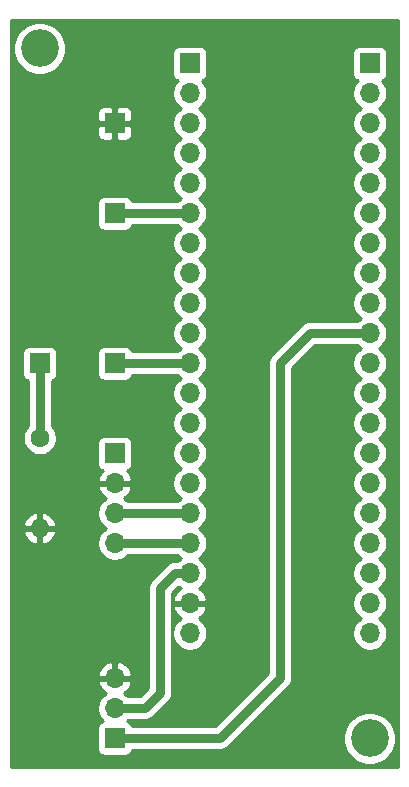
<source format=gbr>
%TF.GenerationSoftware,KiCad,Pcbnew,5.1.10-88a1d61d58~90~ubuntu20.04.1*%
%TF.CreationDate,2021-11-29T14:26:43+09:00*%
%TF.ProjectId,auto-headlight-control-system,6175746f-2d68-4656-9164-6c696768742d,rev?*%
%TF.SameCoordinates,Original*%
%TF.FileFunction,Copper,L1,Top*%
%TF.FilePolarity,Positive*%
%FSLAX46Y46*%
G04 Gerber Fmt 4.6, Leading zero omitted, Abs format (unit mm)*
G04 Created by KiCad (PCBNEW 5.1.10-88a1d61d58~90~ubuntu20.04.1) date 2021-11-29 14:26:43*
%MOMM*%
%LPD*%
G01*
G04 APERTURE LIST*
%TA.AperFunction,ComponentPad*%
%ADD10R,1.700000X1.700000*%
%TD*%
%TA.AperFunction,ComponentPad*%
%ADD11C,3.200000*%
%TD*%
%TA.AperFunction,ComponentPad*%
%ADD12O,1.700000X1.700000*%
%TD*%
%TA.AperFunction,ComponentPad*%
%ADD13C,1.600000*%
%TD*%
%TA.AperFunction,ComponentPad*%
%ADD14O,1.600000X1.600000*%
%TD*%
%TA.AperFunction,Conductor*%
%ADD15C,0.750000*%
%TD*%
%TA.AperFunction,Conductor*%
%ADD16C,0.254000*%
%TD*%
%TA.AperFunction,Conductor*%
%ADD17C,0.100000*%
%TD*%
G04 APERTURE END LIST*
D10*
%TO.P,D2,1*%
%TO.N,Net-(D2-Pad1)*%
X138430000Y-64770000D03*
%TD*%
D11*
%TO.P, ,1*%
%TO.N,N/C*%
X166370000Y-96520000D03*
%TD*%
D10*
%TO.P,U3,1*%
%TO.N,Net-(U3-Pad1)*%
X151130000Y-39370000D03*
D12*
%TO.P,U3,2*%
%TO.N,Net-(U3-Pad2)*%
X151130000Y-41910000D03*
%TO.P,U3,3*%
%TO.N,Net-(U3-Pad3)*%
X151130000Y-44450000D03*
%TO.P,U3,4*%
%TO.N,Net-(U3-Pad4)*%
X151130000Y-46990000D03*
%TO.P,U3,5*%
%TO.N,Net-(U3-Pad5)*%
X151130000Y-49530000D03*
%TO.P,U3,6*%
%TO.N,Serial_Tx_2*%
X151130000Y-52070000D03*
%TO.P,U3,7*%
%TO.N,Net-(U3-Pad7)*%
X151130000Y-54610000D03*
%TO.P,U3,8*%
%TO.N,Net-(U3-Pad8)*%
X151130000Y-57150000D03*
%TO.P,U3,9*%
%TO.N,Net-(U3-Pad9)*%
X151130000Y-59690000D03*
%TO.P,U3,10*%
%TO.N,Net-(U3-Pad10)*%
X151130000Y-62230000D03*
%TO.P,U3,11*%
%TO.N,Net-(D1-Pad1)*%
X151130000Y-64770000D03*
%TO.P,U3,12*%
%TO.N,Net-(U3-Pad12)*%
X151130000Y-67310000D03*
%TO.P,U3,13*%
%TO.N,Net-(U3-Pad13)*%
X151130000Y-69850000D03*
%TO.P,U3,14*%
%TO.N,Net-(U3-Pad14)*%
X151130000Y-72390000D03*
%TO.P,U3,15*%
%TO.N,Net-(U3-Pad15)*%
X151130000Y-74930000D03*
%TO.P,U3,16*%
%TO.N,CAN_RX_2*%
X151130000Y-77470000D03*
%TO.P,U3,17*%
%TO.N,CAN_TX_2*%
X151130000Y-80010000D03*
%TO.P,U3,18*%
%TO.N,5V*%
X151130000Y-82550000D03*
%TO.P,U3,19*%
%TO.N,GND_2*%
X151130000Y-85090000D03*
%TO.P,U3,20*%
%TO.N,3V3_2*%
X151130000Y-87630000D03*
%TD*%
D10*
%TO.P,J4,1*%
%TO.N,GND_2*%
X144780000Y-44450000D03*
%TD*%
D13*
%TO.P,R1,1*%
%TO.N,Net-(D2-Pad1)*%
X138430000Y-71120000D03*
D14*
%TO.P,R1,2*%
%TO.N,GND_2*%
X138430000Y-78740000D03*
%TD*%
D12*
%TO.P,U4,20*%
%TO.N,Net-(U4-Pad20)*%
X166370000Y-87630000D03*
%TO.P,U4,19*%
%TO.N,Net-(U4-Pad19)*%
X166370000Y-85090000D03*
%TO.P,U4,18*%
%TO.N,Net-(U4-Pad18)*%
X166370000Y-82550000D03*
%TO.P,U4,17*%
%TO.N,Net-(U4-Pad17)*%
X166370000Y-80010000D03*
%TO.P,U4,16*%
%TO.N,Net-(U4-Pad16)*%
X166370000Y-77470000D03*
%TO.P,U4,15*%
%TO.N,Net-(U4-Pad15)*%
X166370000Y-74930000D03*
%TO.P,U4,14*%
%TO.N,Net-(U4-Pad14)*%
X166370000Y-72390000D03*
%TO.P,U4,13*%
%TO.N,Net-(U4-Pad13)*%
X166370000Y-69850000D03*
%TO.P,U4,12*%
%TO.N,Net-(U4-Pad12)*%
X166370000Y-67310000D03*
%TO.P,U4,11*%
%TO.N,Net-(U4-Pad11)*%
X166370000Y-64770000D03*
%TO.P,U4,10*%
%TO.N,PWM*%
X166370000Y-62230000D03*
%TO.P,U4,9*%
%TO.N,Net-(U4-Pad9)*%
X166370000Y-59690000D03*
%TO.P,U4,8*%
%TO.N,Net-(U4-Pad8)*%
X166370000Y-57150000D03*
%TO.P,U4,7*%
%TO.N,Net-(U4-Pad7)*%
X166370000Y-54610000D03*
%TO.P,U4,6*%
%TO.N,Net-(U4-Pad6)*%
X166370000Y-52070000D03*
%TO.P,U4,5*%
%TO.N,Net-(U4-Pad5)*%
X166370000Y-49530000D03*
%TO.P,U4,4*%
%TO.N,Net-(U4-Pad4)*%
X166370000Y-46990000D03*
%TO.P,U4,3*%
%TO.N,Net-(U4-Pad3)*%
X166370000Y-44450000D03*
%TO.P,U4,2*%
%TO.N,Net-(U4-Pad2)*%
X166370000Y-41910000D03*
D10*
%TO.P,U4,1*%
%TO.N,Net-(U4-Pad1)*%
X166370000Y-39370000D03*
%TD*%
%TO.P,J3,1*%
%TO.N,Serial_Tx_2*%
X144780000Y-52070000D03*
%TD*%
%TO.P,T2,1*%
%TO.N,3V3_2*%
X144780000Y-72390000D03*
D12*
%TO.P,T2,2*%
%TO.N,GND_2*%
X144780000Y-74930000D03*
%TO.P,T2,3*%
%TO.N,CAN_RX_2*%
X144780000Y-77470000D03*
%TO.P,T2,4*%
%TO.N,CAN_TX_2*%
X144780000Y-80010000D03*
%TD*%
D10*
%TO.P,M1,1*%
%TO.N,PWM*%
X144780000Y-96520000D03*
D12*
%TO.P,M1,2*%
%TO.N,5V*%
X144780000Y-93980000D03*
%TO.P,M1,3*%
%TO.N,GND_2*%
X144780000Y-91440000D03*
%TD*%
D10*
%TO.P,D1,1*%
%TO.N,Net-(D1-Pad1)*%
X144780000Y-64770000D03*
%TD*%
D11*
%TO.P, ,1*%
%TO.N,N/C*%
X138430000Y-38100000D03*
%TD*%
D15*
%TO.N,Net-(D1-Pad1)*%
X144780000Y-64770000D02*
X151130000Y-64770000D01*
%TO.N,Net-(D2-Pad1)*%
X138430000Y-64770000D02*
X138430000Y-71120000D01*
%TO.N,PWM*%
X158750000Y-91440000D02*
X158750000Y-64770000D01*
X144780000Y-96520000D02*
X153670000Y-96520000D01*
X153670000Y-96520000D02*
X158750000Y-91440000D01*
X158750000Y-64770000D02*
X161290000Y-62230000D01*
X161290000Y-62230000D02*
X166370000Y-62230000D01*
%TO.N,CAN_TX_2*%
X144780000Y-80010000D02*
X151130000Y-80010000D01*
%TO.N,CAN_RX_2*%
X144780000Y-77470000D02*
X151130000Y-77470000D01*
%TO.N,5V*%
X148590000Y-92710000D02*
X147320000Y-93980000D01*
X147320000Y-93980000D02*
X144780000Y-93980000D01*
X148590000Y-83820000D02*
X148590000Y-92710000D01*
X149860000Y-82550000D02*
X148590000Y-83820000D01*
X151130000Y-82550000D02*
X149860000Y-82550000D01*
%TO.N,Serial_Tx_2*%
X144780000Y-52070000D02*
X151130000Y-52070000D01*
%TD*%
D16*
%TO.N,GND_2*%
X168783000Y-98933000D02*
X136017000Y-98933000D01*
X136017000Y-91083110D01*
X143338524Y-91083110D01*
X143459845Y-91313000D01*
X144653000Y-91313000D01*
X144653000Y-90119186D01*
X144907000Y-90119186D01*
X144907000Y-91313000D01*
X146100155Y-91313000D01*
X146221476Y-91083110D01*
X146176825Y-90935901D01*
X146051641Y-90673080D01*
X145877588Y-90439731D01*
X145661355Y-90244822D01*
X145411252Y-90095843D01*
X145136891Y-89998519D01*
X144907000Y-90119186D01*
X144653000Y-90119186D01*
X144423109Y-89998519D01*
X144148748Y-90095843D01*
X143898645Y-90244822D01*
X143682412Y-90439731D01*
X143508359Y-90673080D01*
X143383175Y-90935901D01*
X143338524Y-91083110D01*
X136017000Y-91083110D01*
X136017000Y-79089040D01*
X137038091Y-79089040D01*
X137132930Y-79353881D01*
X137277615Y-79595131D01*
X137466586Y-79803519D01*
X137692580Y-79971037D01*
X137946913Y-80091246D01*
X138080961Y-80131904D01*
X138303000Y-80009915D01*
X138303000Y-78867000D01*
X138557000Y-78867000D01*
X138557000Y-80009915D01*
X138779039Y-80131904D01*
X138913087Y-80091246D01*
X139167420Y-79971037D01*
X139393414Y-79803519D01*
X139582385Y-79595131D01*
X139727070Y-79353881D01*
X139821909Y-79089040D01*
X139700624Y-78867000D01*
X138557000Y-78867000D01*
X138303000Y-78867000D01*
X137159376Y-78867000D01*
X137038091Y-79089040D01*
X136017000Y-79089040D01*
X136017000Y-78390960D01*
X137038091Y-78390960D01*
X137159376Y-78613000D01*
X138303000Y-78613000D01*
X138303000Y-77470085D01*
X138557000Y-77470085D01*
X138557000Y-78613000D01*
X139700624Y-78613000D01*
X139821909Y-78390960D01*
X139727070Y-78126119D01*
X139582385Y-77884869D01*
X139393414Y-77676481D01*
X139167420Y-77508963D01*
X138913087Y-77388754D01*
X138779039Y-77348096D01*
X138557000Y-77470085D01*
X138303000Y-77470085D01*
X138080961Y-77348096D01*
X137946913Y-77388754D01*
X137692580Y-77508963D01*
X137466586Y-77676481D01*
X137277615Y-77884869D01*
X137132930Y-78126119D01*
X137038091Y-78390960D01*
X136017000Y-78390960D01*
X136017000Y-63920000D01*
X136941928Y-63920000D01*
X136941928Y-65620000D01*
X136954188Y-65744482D01*
X136990498Y-65864180D01*
X137049463Y-65974494D01*
X137128815Y-66071185D01*
X137225506Y-66150537D01*
X137335820Y-66209502D01*
X137420000Y-66235038D01*
X137420001Y-70100603D01*
X137315363Y-70205241D01*
X137158320Y-70440273D01*
X137050147Y-70701426D01*
X136995000Y-70978665D01*
X136995000Y-71261335D01*
X137050147Y-71538574D01*
X137158320Y-71799727D01*
X137315363Y-72034759D01*
X137515241Y-72234637D01*
X137750273Y-72391680D01*
X138011426Y-72499853D01*
X138288665Y-72555000D01*
X138571335Y-72555000D01*
X138848574Y-72499853D01*
X139109727Y-72391680D01*
X139344759Y-72234637D01*
X139544637Y-72034759D01*
X139701680Y-71799727D01*
X139809262Y-71540000D01*
X143291928Y-71540000D01*
X143291928Y-73240000D01*
X143304188Y-73364482D01*
X143340498Y-73484180D01*
X143399463Y-73594494D01*
X143478815Y-73691185D01*
X143575506Y-73770537D01*
X143685820Y-73829502D01*
X143766466Y-73853966D01*
X143682412Y-73929731D01*
X143508359Y-74163080D01*
X143383175Y-74425901D01*
X143338524Y-74573110D01*
X143459845Y-74803000D01*
X144653000Y-74803000D01*
X144653000Y-74783000D01*
X144907000Y-74783000D01*
X144907000Y-74803000D01*
X146100155Y-74803000D01*
X146221476Y-74573110D01*
X146176825Y-74425901D01*
X146051641Y-74163080D01*
X145877588Y-73929731D01*
X145793534Y-73853966D01*
X145874180Y-73829502D01*
X145984494Y-73770537D01*
X146081185Y-73691185D01*
X146160537Y-73594494D01*
X146219502Y-73484180D01*
X146255812Y-73364482D01*
X146268072Y-73240000D01*
X146268072Y-71540000D01*
X146255812Y-71415518D01*
X146219502Y-71295820D01*
X146160537Y-71185506D01*
X146081185Y-71088815D01*
X145984494Y-71009463D01*
X145874180Y-70950498D01*
X145754482Y-70914188D01*
X145630000Y-70901928D01*
X143930000Y-70901928D01*
X143805518Y-70914188D01*
X143685820Y-70950498D01*
X143575506Y-71009463D01*
X143478815Y-71088815D01*
X143399463Y-71185506D01*
X143340498Y-71295820D01*
X143304188Y-71415518D01*
X143291928Y-71540000D01*
X139809262Y-71540000D01*
X139809853Y-71538574D01*
X139865000Y-71261335D01*
X139865000Y-70978665D01*
X139809853Y-70701426D01*
X139701680Y-70440273D01*
X139544637Y-70205241D01*
X139440000Y-70100604D01*
X139440000Y-66235038D01*
X139524180Y-66209502D01*
X139634494Y-66150537D01*
X139731185Y-66071185D01*
X139810537Y-65974494D01*
X139869502Y-65864180D01*
X139905812Y-65744482D01*
X139918072Y-65620000D01*
X139918072Y-63920000D01*
X139905812Y-63795518D01*
X139869502Y-63675820D01*
X139810537Y-63565506D01*
X139731185Y-63468815D01*
X139634494Y-63389463D01*
X139524180Y-63330498D01*
X139404482Y-63294188D01*
X139280000Y-63281928D01*
X137580000Y-63281928D01*
X137455518Y-63294188D01*
X137335820Y-63330498D01*
X137225506Y-63389463D01*
X137128815Y-63468815D01*
X137049463Y-63565506D01*
X136990498Y-63675820D01*
X136954188Y-63795518D01*
X136941928Y-63920000D01*
X136017000Y-63920000D01*
X136017000Y-51220000D01*
X143291928Y-51220000D01*
X143291928Y-52920000D01*
X143304188Y-53044482D01*
X143340498Y-53164180D01*
X143399463Y-53274494D01*
X143478815Y-53371185D01*
X143575506Y-53450537D01*
X143685820Y-53509502D01*
X143805518Y-53545812D01*
X143930000Y-53558072D01*
X145630000Y-53558072D01*
X145754482Y-53545812D01*
X145874180Y-53509502D01*
X145984494Y-53450537D01*
X146081185Y-53371185D01*
X146160537Y-53274494D01*
X146219502Y-53164180D01*
X146245038Y-53080000D01*
X150039893Y-53080000D01*
X150183368Y-53223475D01*
X150357760Y-53340000D01*
X150183368Y-53456525D01*
X149976525Y-53663368D01*
X149814010Y-53906589D01*
X149702068Y-54176842D01*
X149645000Y-54463740D01*
X149645000Y-54756260D01*
X149702068Y-55043158D01*
X149814010Y-55313411D01*
X149976525Y-55556632D01*
X150183368Y-55763475D01*
X150357760Y-55880000D01*
X150183368Y-55996525D01*
X149976525Y-56203368D01*
X149814010Y-56446589D01*
X149702068Y-56716842D01*
X149645000Y-57003740D01*
X149645000Y-57296260D01*
X149702068Y-57583158D01*
X149814010Y-57853411D01*
X149976525Y-58096632D01*
X150183368Y-58303475D01*
X150357760Y-58420000D01*
X150183368Y-58536525D01*
X149976525Y-58743368D01*
X149814010Y-58986589D01*
X149702068Y-59256842D01*
X149645000Y-59543740D01*
X149645000Y-59836260D01*
X149702068Y-60123158D01*
X149814010Y-60393411D01*
X149976525Y-60636632D01*
X150183368Y-60843475D01*
X150357760Y-60960000D01*
X150183368Y-61076525D01*
X149976525Y-61283368D01*
X149814010Y-61526589D01*
X149702068Y-61796842D01*
X149645000Y-62083740D01*
X149645000Y-62376260D01*
X149702068Y-62663158D01*
X149814010Y-62933411D01*
X149976525Y-63176632D01*
X150183368Y-63383475D01*
X150357760Y-63500000D01*
X150183368Y-63616525D01*
X150039893Y-63760000D01*
X146245038Y-63760000D01*
X146219502Y-63675820D01*
X146160537Y-63565506D01*
X146081185Y-63468815D01*
X145984494Y-63389463D01*
X145874180Y-63330498D01*
X145754482Y-63294188D01*
X145630000Y-63281928D01*
X143930000Y-63281928D01*
X143805518Y-63294188D01*
X143685820Y-63330498D01*
X143575506Y-63389463D01*
X143478815Y-63468815D01*
X143399463Y-63565506D01*
X143340498Y-63675820D01*
X143304188Y-63795518D01*
X143291928Y-63920000D01*
X143291928Y-65620000D01*
X143304188Y-65744482D01*
X143340498Y-65864180D01*
X143399463Y-65974494D01*
X143478815Y-66071185D01*
X143575506Y-66150537D01*
X143685820Y-66209502D01*
X143805518Y-66245812D01*
X143930000Y-66258072D01*
X145630000Y-66258072D01*
X145754482Y-66245812D01*
X145874180Y-66209502D01*
X145984494Y-66150537D01*
X146081185Y-66071185D01*
X146160537Y-65974494D01*
X146219502Y-65864180D01*
X146245038Y-65780000D01*
X150039893Y-65780000D01*
X150183368Y-65923475D01*
X150357760Y-66040000D01*
X150183368Y-66156525D01*
X149976525Y-66363368D01*
X149814010Y-66606589D01*
X149702068Y-66876842D01*
X149645000Y-67163740D01*
X149645000Y-67456260D01*
X149702068Y-67743158D01*
X149814010Y-68013411D01*
X149976525Y-68256632D01*
X150183368Y-68463475D01*
X150357760Y-68580000D01*
X150183368Y-68696525D01*
X149976525Y-68903368D01*
X149814010Y-69146589D01*
X149702068Y-69416842D01*
X149645000Y-69703740D01*
X149645000Y-69996260D01*
X149702068Y-70283158D01*
X149814010Y-70553411D01*
X149976525Y-70796632D01*
X150183368Y-71003475D01*
X150357760Y-71120000D01*
X150183368Y-71236525D01*
X149976525Y-71443368D01*
X149814010Y-71686589D01*
X149702068Y-71956842D01*
X149645000Y-72243740D01*
X149645000Y-72536260D01*
X149702068Y-72823158D01*
X149814010Y-73093411D01*
X149976525Y-73336632D01*
X150183368Y-73543475D01*
X150357760Y-73660000D01*
X150183368Y-73776525D01*
X149976525Y-73983368D01*
X149814010Y-74226589D01*
X149702068Y-74496842D01*
X149645000Y-74783740D01*
X149645000Y-75076260D01*
X149702068Y-75363158D01*
X149814010Y-75633411D01*
X149976525Y-75876632D01*
X150183368Y-76083475D01*
X150357760Y-76200000D01*
X150183368Y-76316525D01*
X150039893Y-76460000D01*
X145870107Y-76460000D01*
X145726632Y-76316525D01*
X145544466Y-76194805D01*
X145661355Y-76125178D01*
X145877588Y-75930269D01*
X146051641Y-75696920D01*
X146176825Y-75434099D01*
X146221476Y-75286890D01*
X146100155Y-75057000D01*
X144907000Y-75057000D01*
X144907000Y-75077000D01*
X144653000Y-75077000D01*
X144653000Y-75057000D01*
X143459845Y-75057000D01*
X143338524Y-75286890D01*
X143383175Y-75434099D01*
X143508359Y-75696920D01*
X143682412Y-75930269D01*
X143898645Y-76125178D01*
X144015534Y-76194805D01*
X143833368Y-76316525D01*
X143626525Y-76523368D01*
X143464010Y-76766589D01*
X143352068Y-77036842D01*
X143295000Y-77323740D01*
X143295000Y-77616260D01*
X143352068Y-77903158D01*
X143464010Y-78173411D01*
X143626525Y-78416632D01*
X143833368Y-78623475D01*
X144007760Y-78740000D01*
X143833368Y-78856525D01*
X143626525Y-79063368D01*
X143464010Y-79306589D01*
X143352068Y-79576842D01*
X143295000Y-79863740D01*
X143295000Y-80156260D01*
X143352068Y-80443158D01*
X143464010Y-80713411D01*
X143626525Y-80956632D01*
X143833368Y-81163475D01*
X144076589Y-81325990D01*
X144346842Y-81437932D01*
X144633740Y-81495000D01*
X144926260Y-81495000D01*
X145213158Y-81437932D01*
X145483411Y-81325990D01*
X145726632Y-81163475D01*
X145870107Y-81020000D01*
X150039893Y-81020000D01*
X150183368Y-81163475D01*
X150357760Y-81280000D01*
X150183368Y-81396525D01*
X150039893Y-81540000D01*
X149909604Y-81540000D01*
X149859999Y-81535114D01*
X149810394Y-81540000D01*
X149810392Y-81540000D01*
X149662006Y-81554615D01*
X149471620Y-81612368D01*
X149296160Y-81706153D01*
X149142367Y-81832367D01*
X149110739Y-81870906D01*
X147910906Y-83070739D01*
X147872367Y-83102367D01*
X147746153Y-83256160D01*
X147652369Y-83431620D01*
X147652368Y-83431621D01*
X147594615Y-83622006D01*
X147575114Y-83820000D01*
X147580000Y-83869608D01*
X147580001Y-92291644D01*
X146901645Y-92970000D01*
X145870107Y-92970000D01*
X145726632Y-92826525D01*
X145544466Y-92704805D01*
X145661355Y-92635178D01*
X145877588Y-92440269D01*
X146051641Y-92206920D01*
X146176825Y-91944099D01*
X146221476Y-91796890D01*
X146100155Y-91567000D01*
X144907000Y-91567000D01*
X144907000Y-91587000D01*
X144653000Y-91587000D01*
X144653000Y-91567000D01*
X143459845Y-91567000D01*
X143338524Y-91796890D01*
X143383175Y-91944099D01*
X143508359Y-92206920D01*
X143682412Y-92440269D01*
X143898645Y-92635178D01*
X144015534Y-92704805D01*
X143833368Y-92826525D01*
X143626525Y-93033368D01*
X143464010Y-93276589D01*
X143352068Y-93546842D01*
X143295000Y-93833740D01*
X143295000Y-94126260D01*
X143352068Y-94413158D01*
X143464010Y-94683411D01*
X143626525Y-94926632D01*
X143758380Y-95058487D01*
X143685820Y-95080498D01*
X143575506Y-95139463D01*
X143478815Y-95218815D01*
X143399463Y-95315506D01*
X143340498Y-95425820D01*
X143304188Y-95545518D01*
X143291928Y-95670000D01*
X143291928Y-97370000D01*
X143304188Y-97494482D01*
X143340498Y-97614180D01*
X143399463Y-97724494D01*
X143478815Y-97821185D01*
X143575506Y-97900537D01*
X143685820Y-97959502D01*
X143805518Y-97995812D01*
X143930000Y-98008072D01*
X145630000Y-98008072D01*
X145754482Y-97995812D01*
X145874180Y-97959502D01*
X145984494Y-97900537D01*
X146081185Y-97821185D01*
X146160537Y-97724494D01*
X146219502Y-97614180D01*
X146245038Y-97530000D01*
X153620392Y-97530000D01*
X153670000Y-97534886D01*
X153867994Y-97515385D01*
X153936902Y-97494482D01*
X154058380Y-97457632D01*
X154233840Y-97363847D01*
X154387633Y-97237633D01*
X154419261Y-97199094D01*
X155318483Y-96299872D01*
X164135000Y-96299872D01*
X164135000Y-96740128D01*
X164220890Y-97171925D01*
X164389369Y-97578669D01*
X164633962Y-97944729D01*
X164945271Y-98256038D01*
X165311331Y-98500631D01*
X165718075Y-98669110D01*
X166149872Y-98755000D01*
X166590128Y-98755000D01*
X167021925Y-98669110D01*
X167428669Y-98500631D01*
X167794729Y-98256038D01*
X168106038Y-97944729D01*
X168350631Y-97578669D01*
X168519110Y-97171925D01*
X168605000Y-96740128D01*
X168605000Y-96299872D01*
X168519110Y-95868075D01*
X168350631Y-95461331D01*
X168106038Y-95095271D01*
X167794729Y-94783962D01*
X167428669Y-94539369D01*
X167021925Y-94370890D01*
X166590128Y-94285000D01*
X166149872Y-94285000D01*
X165718075Y-94370890D01*
X165311331Y-94539369D01*
X164945271Y-94783962D01*
X164633962Y-95095271D01*
X164389369Y-95461331D01*
X164220890Y-95868075D01*
X164135000Y-96299872D01*
X155318483Y-96299872D01*
X159429100Y-92189256D01*
X159467633Y-92157633D01*
X159593847Y-92003840D01*
X159687632Y-91828380D01*
X159745385Y-91637994D01*
X159760000Y-91489608D01*
X159760000Y-91489607D01*
X159764886Y-91440000D01*
X159760000Y-91390392D01*
X159760000Y-65188355D01*
X161708356Y-63240000D01*
X165279893Y-63240000D01*
X165423368Y-63383475D01*
X165597760Y-63500000D01*
X165423368Y-63616525D01*
X165216525Y-63823368D01*
X165054010Y-64066589D01*
X164942068Y-64336842D01*
X164885000Y-64623740D01*
X164885000Y-64916260D01*
X164942068Y-65203158D01*
X165054010Y-65473411D01*
X165216525Y-65716632D01*
X165423368Y-65923475D01*
X165597760Y-66040000D01*
X165423368Y-66156525D01*
X165216525Y-66363368D01*
X165054010Y-66606589D01*
X164942068Y-66876842D01*
X164885000Y-67163740D01*
X164885000Y-67456260D01*
X164942068Y-67743158D01*
X165054010Y-68013411D01*
X165216525Y-68256632D01*
X165423368Y-68463475D01*
X165597760Y-68580000D01*
X165423368Y-68696525D01*
X165216525Y-68903368D01*
X165054010Y-69146589D01*
X164942068Y-69416842D01*
X164885000Y-69703740D01*
X164885000Y-69996260D01*
X164942068Y-70283158D01*
X165054010Y-70553411D01*
X165216525Y-70796632D01*
X165423368Y-71003475D01*
X165597760Y-71120000D01*
X165423368Y-71236525D01*
X165216525Y-71443368D01*
X165054010Y-71686589D01*
X164942068Y-71956842D01*
X164885000Y-72243740D01*
X164885000Y-72536260D01*
X164942068Y-72823158D01*
X165054010Y-73093411D01*
X165216525Y-73336632D01*
X165423368Y-73543475D01*
X165597760Y-73660000D01*
X165423368Y-73776525D01*
X165216525Y-73983368D01*
X165054010Y-74226589D01*
X164942068Y-74496842D01*
X164885000Y-74783740D01*
X164885000Y-75076260D01*
X164942068Y-75363158D01*
X165054010Y-75633411D01*
X165216525Y-75876632D01*
X165423368Y-76083475D01*
X165597760Y-76200000D01*
X165423368Y-76316525D01*
X165216525Y-76523368D01*
X165054010Y-76766589D01*
X164942068Y-77036842D01*
X164885000Y-77323740D01*
X164885000Y-77616260D01*
X164942068Y-77903158D01*
X165054010Y-78173411D01*
X165216525Y-78416632D01*
X165423368Y-78623475D01*
X165597760Y-78740000D01*
X165423368Y-78856525D01*
X165216525Y-79063368D01*
X165054010Y-79306589D01*
X164942068Y-79576842D01*
X164885000Y-79863740D01*
X164885000Y-80156260D01*
X164942068Y-80443158D01*
X165054010Y-80713411D01*
X165216525Y-80956632D01*
X165423368Y-81163475D01*
X165597760Y-81280000D01*
X165423368Y-81396525D01*
X165216525Y-81603368D01*
X165054010Y-81846589D01*
X164942068Y-82116842D01*
X164885000Y-82403740D01*
X164885000Y-82696260D01*
X164942068Y-82983158D01*
X165054010Y-83253411D01*
X165216525Y-83496632D01*
X165423368Y-83703475D01*
X165597760Y-83820000D01*
X165423368Y-83936525D01*
X165216525Y-84143368D01*
X165054010Y-84386589D01*
X164942068Y-84656842D01*
X164885000Y-84943740D01*
X164885000Y-85236260D01*
X164942068Y-85523158D01*
X165054010Y-85793411D01*
X165216525Y-86036632D01*
X165423368Y-86243475D01*
X165597760Y-86360000D01*
X165423368Y-86476525D01*
X165216525Y-86683368D01*
X165054010Y-86926589D01*
X164942068Y-87196842D01*
X164885000Y-87483740D01*
X164885000Y-87776260D01*
X164942068Y-88063158D01*
X165054010Y-88333411D01*
X165216525Y-88576632D01*
X165423368Y-88783475D01*
X165666589Y-88945990D01*
X165936842Y-89057932D01*
X166223740Y-89115000D01*
X166516260Y-89115000D01*
X166803158Y-89057932D01*
X167073411Y-88945990D01*
X167316632Y-88783475D01*
X167523475Y-88576632D01*
X167685990Y-88333411D01*
X167797932Y-88063158D01*
X167855000Y-87776260D01*
X167855000Y-87483740D01*
X167797932Y-87196842D01*
X167685990Y-86926589D01*
X167523475Y-86683368D01*
X167316632Y-86476525D01*
X167142240Y-86360000D01*
X167316632Y-86243475D01*
X167523475Y-86036632D01*
X167685990Y-85793411D01*
X167797932Y-85523158D01*
X167855000Y-85236260D01*
X167855000Y-84943740D01*
X167797932Y-84656842D01*
X167685990Y-84386589D01*
X167523475Y-84143368D01*
X167316632Y-83936525D01*
X167142240Y-83820000D01*
X167316632Y-83703475D01*
X167523475Y-83496632D01*
X167685990Y-83253411D01*
X167797932Y-82983158D01*
X167855000Y-82696260D01*
X167855000Y-82403740D01*
X167797932Y-82116842D01*
X167685990Y-81846589D01*
X167523475Y-81603368D01*
X167316632Y-81396525D01*
X167142240Y-81280000D01*
X167316632Y-81163475D01*
X167523475Y-80956632D01*
X167685990Y-80713411D01*
X167797932Y-80443158D01*
X167855000Y-80156260D01*
X167855000Y-79863740D01*
X167797932Y-79576842D01*
X167685990Y-79306589D01*
X167523475Y-79063368D01*
X167316632Y-78856525D01*
X167142240Y-78740000D01*
X167316632Y-78623475D01*
X167523475Y-78416632D01*
X167685990Y-78173411D01*
X167797932Y-77903158D01*
X167855000Y-77616260D01*
X167855000Y-77323740D01*
X167797932Y-77036842D01*
X167685990Y-76766589D01*
X167523475Y-76523368D01*
X167316632Y-76316525D01*
X167142240Y-76200000D01*
X167316632Y-76083475D01*
X167523475Y-75876632D01*
X167685990Y-75633411D01*
X167797932Y-75363158D01*
X167855000Y-75076260D01*
X167855000Y-74783740D01*
X167797932Y-74496842D01*
X167685990Y-74226589D01*
X167523475Y-73983368D01*
X167316632Y-73776525D01*
X167142240Y-73660000D01*
X167316632Y-73543475D01*
X167523475Y-73336632D01*
X167685990Y-73093411D01*
X167797932Y-72823158D01*
X167855000Y-72536260D01*
X167855000Y-72243740D01*
X167797932Y-71956842D01*
X167685990Y-71686589D01*
X167523475Y-71443368D01*
X167316632Y-71236525D01*
X167142240Y-71120000D01*
X167316632Y-71003475D01*
X167523475Y-70796632D01*
X167685990Y-70553411D01*
X167797932Y-70283158D01*
X167855000Y-69996260D01*
X167855000Y-69703740D01*
X167797932Y-69416842D01*
X167685990Y-69146589D01*
X167523475Y-68903368D01*
X167316632Y-68696525D01*
X167142240Y-68580000D01*
X167316632Y-68463475D01*
X167523475Y-68256632D01*
X167685990Y-68013411D01*
X167797932Y-67743158D01*
X167855000Y-67456260D01*
X167855000Y-67163740D01*
X167797932Y-66876842D01*
X167685990Y-66606589D01*
X167523475Y-66363368D01*
X167316632Y-66156525D01*
X167142240Y-66040000D01*
X167316632Y-65923475D01*
X167523475Y-65716632D01*
X167685990Y-65473411D01*
X167797932Y-65203158D01*
X167855000Y-64916260D01*
X167855000Y-64623740D01*
X167797932Y-64336842D01*
X167685990Y-64066589D01*
X167523475Y-63823368D01*
X167316632Y-63616525D01*
X167142240Y-63500000D01*
X167316632Y-63383475D01*
X167523475Y-63176632D01*
X167685990Y-62933411D01*
X167797932Y-62663158D01*
X167855000Y-62376260D01*
X167855000Y-62083740D01*
X167797932Y-61796842D01*
X167685990Y-61526589D01*
X167523475Y-61283368D01*
X167316632Y-61076525D01*
X167142240Y-60960000D01*
X167316632Y-60843475D01*
X167523475Y-60636632D01*
X167685990Y-60393411D01*
X167797932Y-60123158D01*
X167855000Y-59836260D01*
X167855000Y-59543740D01*
X167797932Y-59256842D01*
X167685990Y-58986589D01*
X167523475Y-58743368D01*
X167316632Y-58536525D01*
X167142240Y-58420000D01*
X167316632Y-58303475D01*
X167523475Y-58096632D01*
X167685990Y-57853411D01*
X167797932Y-57583158D01*
X167855000Y-57296260D01*
X167855000Y-57003740D01*
X167797932Y-56716842D01*
X167685990Y-56446589D01*
X167523475Y-56203368D01*
X167316632Y-55996525D01*
X167142240Y-55880000D01*
X167316632Y-55763475D01*
X167523475Y-55556632D01*
X167685990Y-55313411D01*
X167797932Y-55043158D01*
X167855000Y-54756260D01*
X167855000Y-54463740D01*
X167797932Y-54176842D01*
X167685990Y-53906589D01*
X167523475Y-53663368D01*
X167316632Y-53456525D01*
X167142240Y-53340000D01*
X167316632Y-53223475D01*
X167523475Y-53016632D01*
X167685990Y-52773411D01*
X167797932Y-52503158D01*
X167855000Y-52216260D01*
X167855000Y-51923740D01*
X167797932Y-51636842D01*
X167685990Y-51366589D01*
X167523475Y-51123368D01*
X167316632Y-50916525D01*
X167142240Y-50800000D01*
X167316632Y-50683475D01*
X167523475Y-50476632D01*
X167685990Y-50233411D01*
X167797932Y-49963158D01*
X167855000Y-49676260D01*
X167855000Y-49383740D01*
X167797932Y-49096842D01*
X167685990Y-48826589D01*
X167523475Y-48583368D01*
X167316632Y-48376525D01*
X167142240Y-48260000D01*
X167316632Y-48143475D01*
X167523475Y-47936632D01*
X167685990Y-47693411D01*
X167797932Y-47423158D01*
X167855000Y-47136260D01*
X167855000Y-46843740D01*
X167797932Y-46556842D01*
X167685990Y-46286589D01*
X167523475Y-46043368D01*
X167316632Y-45836525D01*
X167142240Y-45720000D01*
X167316632Y-45603475D01*
X167523475Y-45396632D01*
X167685990Y-45153411D01*
X167797932Y-44883158D01*
X167855000Y-44596260D01*
X167855000Y-44303740D01*
X167797932Y-44016842D01*
X167685990Y-43746589D01*
X167523475Y-43503368D01*
X167316632Y-43296525D01*
X167142240Y-43180000D01*
X167316632Y-43063475D01*
X167523475Y-42856632D01*
X167685990Y-42613411D01*
X167797932Y-42343158D01*
X167855000Y-42056260D01*
X167855000Y-41763740D01*
X167797932Y-41476842D01*
X167685990Y-41206589D01*
X167523475Y-40963368D01*
X167391620Y-40831513D01*
X167464180Y-40809502D01*
X167574494Y-40750537D01*
X167671185Y-40671185D01*
X167750537Y-40574494D01*
X167809502Y-40464180D01*
X167845812Y-40344482D01*
X167858072Y-40220000D01*
X167858072Y-38520000D01*
X167845812Y-38395518D01*
X167809502Y-38275820D01*
X167750537Y-38165506D01*
X167671185Y-38068815D01*
X167574494Y-37989463D01*
X167464180Y-37930498D01*
X167344482Y-37894188D01*
X167220000Y-37881928D01*
X165520000Y-37881928D01*
X165395518Y-37894188D01*
X165275820Y-37930498D01*
X165165506Y-37989463D01*
X165068815Y-38068815D01*
X164989463Y-38165506D01*
X164930498Y-38275820D01*
X164894188Y-38395518D01*
X164881928Y-38520000D01*
X164881928Y-40220000D01*
X164894188Y-40344482D01*
X164930498Y-40464180D01*
X164989463Y-40574494D01*
X165068815Y-40671185D01*
X165165506Y-40750537D01*
X165275820Y-40809502D01*
X165348380Y-40831513D01*
X165216525Y-40963368D01*
X165054010Y-41206589D01*
X164942068Y-41476842D01*
X164885000Y-41763740D01*
X164885000Y-42056260D01*
X164942068Y-42343158D01*
X165054010Y-42613411D01*
X165216525Y-42856632D01*
X165423368Y-43063475D01*
X165597760Y-43180000D01*
X165423368Y-43296525D01*
X165216525Y-43503368D01*
X165054010Y-43746589D01*
X164942068Y-44016842D01*
X164885000Y-44303740D01*
X164885000Y-44596260D01*
X164942068Y-44883158D01*
X165054010Y-45153411D01*
X165216525Y-45396632D01*
X165423368Y-45603475D01*
X165597760Y-45720000D01*
X165423368Y-45836525D01*
X165216525Y-46043368D01*
X165054010Y-46286589D01*
X164942068Y-46556842D01*
X164885000Y-46843740D01*
X164885000Y-47136260D01*
X164942068Y-47423158D01*
X165054010Y-47693411D01*
X165216525Y-47936632D01*
X165423368Y-48143475D01*
X165597760Y-48260000D01*
X165423368Y-48376525D01*
X165216525Y-48583368D01*
X165054010Y-48826589D01*
X164942068Y-49096842D01*
X164885000Y-49383740D01*
X164885000Y-49676260D01*
X164942068Y-49963158D01*
X165054010Y-50233411D01*
X165216525Y-50476632D01*
X165423368Y-50683475D01*
X165597760Y-50800000D01*
X165423368Y-50916525D01*
X165216525Y-51123368D01*
X165054010Y-51366589D01*
X164942068Y-51636842D01*
X164885000Y-51923740D01*
X164885000Y-52216260D01*
X164942068Y-52503158D01*
X165054010Y-52773411D01*
X165216525Y-53016632D01*
X165423368Y-53223475D01*
X165597760Y-53340000D01*
X165423368Y-53456525D01*
X165216525Y-53663368D01*
X165054010Y-53906589D01*
X164942068Y-54176842D01*
X164885000Y-54463740D01*
X164885000Y-54756260D01*
X164942068Y-55043158D01*
X165054010Y-55313411D01*
X165216525Y-55556632D01*
X165423368Y-55763475D01*
X165597760Y-55880000D01*
X165423368Y-55996525D01*
X165216525Y-56203368D01*
X165054010Y-56446589D01*
X164942068Y-56716842D01*
X164885000Y-57003740D01*
X164885000Y-57296260D01*
X164942068Y-57583158D01*
X165054010Y-57853411D01*
X165216525Y-58096632D01*
X165423368Y-58303475D01*
X165597760Y-58420000D01*
X165423368Y-58536525D01*
X165216525Y-58743368D01*
X165054010Y-58986589D01*
X164942068Y-59256842D01*
X164885000Y-59543740D01*
X164885000Y-59836260D01*
X164942068Y-60123158D01*
X165054010Y-60393411D01*
X165216525Y-60636632D01*
X165423368Y-60843475D01*
X165597760Y-60960000D01*
X165423368Y-61076525D01*
X165279893Y-61220000D01*
X161339604Y-61220000D01*
X161289999Y-61215114D01*
X161240394Y-61220000D01*
X161240392Y-61220000D01*
X161092006Y-61234615D01*
X160901620Y-61292368D01*
X160726160Y-61386153D01*
X160572367Y-61512367D01*
X160540744Y-61550900D01*
X158070901Y-64020744D01*
X158032368Y-64052367D01*
X158000745Y-64090900D01*
X158000744Y-64090901D01*
X157906154Y-64206160D01*
X157812368Y-64381621D01*
X157754615Y-64572006D01*
X157735114Y-64770000D01*
X157740001Y-64819618D01*
X157740000Y-91021644D01*
X153251645Y-95510000D01*
X146245038Y-95510000D01*
X146219502Y-95425820D01*
X146160537Y-95315506D01*
X146081185Y-95218815D01*
X145984494Y-95139463D01*
X145874180Y-95080498D01*
X145801620Y-95058487D01*
X145870107Y-94990000D01*
X147270392Y-94990000D01*
X147320000Y-94994886D01*
X147517994Y-94975385D01*
X147708380Y-94917632D01*
X147883840Y-94823847D01*
X148037633Y-94697633D01*
X148069261Y-94659094D01*
X149269094Y-93459261D01*
X149307633Y-93427633D01*
X149433847Y-93273840D01*
X149527632Y-93098380D01*
X149585385Y-92907994D01*
X149600000Y-92759608D01*
X149600000Y-92759606D01*
X149604886Y-92710001D01*
X149600000Y-92660396D01*
X149600000Y-87483740D01*
X149645000Y-87483740D01*
X149645000Y-87776260D01*
X149702068Y-88063158D01*
X149814010Y-88333411D01*
X149976525Y-88576632D01*
X150183368Y-88783475D01*
X150426589Y-88945990D01*
X150696842Y-89057932D01*
X150983740Y-89115000D01*
X151276260Y-89115000D01*
X151563158Y-89057932D01*
X151833411Y-88945990D01*
X152076632Y-88783475D01*
X152283475Y-88576632D01*
X152445990Y-88333411D01*
X152557932Y-88063158D01*
X152615000Y-87776260D01*
X152615000Y-87483740D01*
X152557932Y-87196842D01*
X152445990Y-86926589D01*
X152283475Y-86683368D01*
X152076632Y-86476525D01*
X151894466Y-86354805D01*
X152011355Y-86285178D01*
X152227588Y-86090269D01*
X152401641Y-85856920D01*
X152526825Y-85594099D01*
X152571476Y-85446890D01*
X152450155Y-85217000D01*
X151257000Y-85217000D01*
X151257000Y-85237000D01*
X151003000Y-85237000D01*
X151003000Y-85217000D01*
X149809845Y-85217000D01*
X149688524Y-85446890D01*
X149733175Y-85594099D01*
X149858359Y-85856920D01*
X150032412Y-86090269D01*
X150248645Y-86285178D01*
X150365534Y-86354805D01*
X150183368Y-86476525D01*
X149976525Y-86683368D01*
X149814010Y-86926589D01*
X149702068Y-87196842D01*
X149645000Y-87483740D01*
X149600000Y-87483740D01*
X149600000Y-84238355D01*
X150159124Y-83679231D01*
X150183368Y-83703475D01*
X150365534Y-83825195D01*
X150248645Y-83894822D01*
X150032412Y-84089731D01*
X149858359Y-84323080D01*
X149733175Y-84585901D01*
X149688524Y-84733110D01*
X149809845Y-84963000D01*
X151003000Y-84963000D01*
X151003000Y-84943000D01*
X151257000Y-84943000D01*
X151257000Y-84963000D01*
X152450155Y-84963000D01*
X152571476Y-84733110D01*
X152526825Y-84585901D01*
X152401641Y-84323080D01*
X152227588Y-84089731D01*
X152011355Y-83894822D01*
X151894466Y-83825195D01*
X152076632Y-83703475D01*
X152283475Y-83496632D01*
X152445990Y-83253411D01*
X152557932Y-82983158D01*
X152615000Y-82696260D01*
X152615000Y-82403740D01*
X152557932Y-82116842D01*
X152445990Y-81846589D01*
X152283475Y-81603368D01*
X152076632Y-81396525D01*
X151902240Y-81280000D01*
X152076632Y-81163475D01*
X152283475Y-80956632D01*
X152445990Y-80713411D01*
X152557932Y-80443158D01*
X152615000Y-80156260D01*
X152615000Y-79863740D01*
X152557932Y-79576842D01*
X152445990Y-79306589D01*
X152283475Y-79063368D01*
X152076632Y-78856525D01*
X151902240Y-78740000D01*
X152076632Y-78623475D01*
X152283475Y-78416632D01*
X152445990Y-78173411D01*
X152557932Y-77903158D01*
X152615000Y-77616260D01*
X152615000Y-77323740D01*
X152557932Y-77036842D01*
X152445990Y-76766589D01*
X152283475Y-76523368D01*
X152076632Y-76316525D01*
X151902240Y-76200000D01*
X152076632Y-76083475D01*
X152283475Y-75876632D01*
X152445990Y-75633411D01*
X152557932Y-75363158D01*
X152615000Y-75076260D01*
X152615000Y-74783740D01*
X152557932Y-74496842D01*
X152445990Y-74226589D01*
X152283475Y-73983368D01*
X152076632Y-73776525D01*
X151902240Y-73660000D01*
X152076632Y-73543475D01*
X152283475Y-73336632D01*
X152445990Y-73093411D01*
X152557932Y-72823158D01*
X152615000Y-72536260D01*
X152615000Y-72243740D01*
X152557932Y-71956842D01*
X152445990Y-71686589D01*
X152283475Y-71443368D01*
X152076632Y-71236525D01*
X151902240Y-71120000D01*
X152076632Y-71003475D01*
X152283475Y-70796632D01*
X152445990Y-70553411D01*
X152557932Y-70283158D01*
X152615000Y-69996260D01*
X152615000Y-69703740D01*
X152557932Y-69416842D01*
X152445990Y-69146589D01*
X152283475Y-68903368D01*
X152076632Y-68696525D01*
X151902240Y-68580000D01*
X152076632Y-68463475D01*
X152283475Y-68256632D01*
X152445990Y-68013411D01*
X152557932Y-67743158D01*
X152615000Y-67456260D01*
X152615000Y-67163740D01*
X152557932Y-66876842D01*
X152445990Y-66606589D01*
X152283475Y-66363368D01*
X152076632Y-66156525D01*
X151902240Y-66040000D01*
X152076632Y-65923475D01*
X152283475Y-65716632D01*
X152445990Y-65473411D01*
X152557932Y-65203158D01*
X152615000Y-64916260D01*
X152615000Y-64623740D01*
X152557932Y-64336842D01*
X152445990Y-64066589D01*
X152283475Y-63823368D01*
X152076632Y-63616525D01*
X151902240Y-63500000D01*
X152076632Y-63383475D01*
X152283475Y-63176632D01*
X152445990Y-62933411D01*
X152557932Y-62663158D01*
X152615000Y-62376260D01*
X152615000Y-62083740D01*
X152557932Y-61796842D01*
X152445990Y-61526589D01*
X152283475Y-61283368D01*
X152076632Y-61076525D01*
X151902240Y-60960000D01*
X152076632Y-60843475D01*
X152283475Y-60636632D01*
X152445990Y-60393411D01*
X152557932Y-60123158D01*
X152615000Y-59836260D01*
X152615000Y-59543740D01*
X152557932Y-59256842D01*
X152445990Y-58986589D01*
X152283475Y-58743368D01*
X152076632Y-58536525D01*
X151902240Y-58420000D01*
X152076632Y-58303475D01*
X152283475Y-58096632D01*
X152445990Y-57853411D01*
X152557932Y-57583158D01*
X152615000Y-57296260D01*
X152615000Y-57003740D01*
X152557932Y-56716842D01*
X152445990Y-56446589D01*
X152283475Y-56203368D01*
X152076632Y-55996525D01*
X151902240Y-55880000D01*
X152076632Y-55763475D01*
X152283475Y-55556632D01*
X152445990Y-55313411D01*
X152557932Y-55043158D01*
X152615000Y-54756260D01*
X152615000Y-54463740D01*
X152557932Y-54176842D01*
X152445990Y-53906589D01*
X152283475Y-53663368D01*
X152076632Y-53456525D01*
X151902240Y-53340000D01*
X152076632Y-53223475D01*
X152283475Y-53016632D01*
X152445990Y-52773411D01*
X152557932Y-52503158D01*
X152615000Y-52216260D01*
X152615000Y-51923740D01*
X152557932Y-51636842D01*
X152445990Y-51366589D01*
X152283475Y-51123368D01*
X152076632Y-50916525D01*
X151902240Y-50800000D01*
X152076632Y-50683475D01*
X152283475Y-50476632D01*
X152445990Y-50233411D01*
X152557932Y-49963158D01*
X152615000Y-49676260D01*
X152615000Y-49383740D01*
X152557932Y-49096842D01*
X152445990Y-48826589D01*
X152283475Y-48583368D01*
X152076632Y-48376525D01*
X151902240Y-48260000D01*
X152076632Y-48143475D01*
X152283475Y-47936632D01*
X152445990Y-47693411D01*
X152557932Y-47423158D01*
X152615000Y-47136260D01*
X152615000Y-46843740D01*
X152557932Y-46556842D01*
X152445990Y-46286589D01*
X152283475Y-46043368D01*
X152076632Y-45836525D01*
X151902240Y-45720000D01*
X152076632Y-45603475D01*
X152283475Y-45396632D01*
X152445990Y-45153411D01*
X152557932Y-44883158D01*
X152615000Y-44596260D01*
X152615000Y-44303740D01*
X152557932Y-44016842D01*
X152445990Y-43746589D01*
X152283475Y-43503368D01*
X152076632Y-43296525D01*
X151902240Y-43180000D01*
X152076632Y-43063475D01*
X152283475Y-42856632D01*
X152445990Y-42613411D01*
X152557932Y-42343158D01*
X152615000Y-42056260D01*
X152615000Y-41763740D01*
X152557932Y-41476842D01*
X152445990Y-41206589D01*
X152283475Y-40963368D01*
X152151620Y-40831513D01*
X152224180Y-40809502D01*
X152334494Y-40750537D01*
X152431185Y-40671185D01*
X152510537Y-40574494D01*
X152569502Y-40464180D01*
X152605812Y-40344482D01*
X152618072Y-40220000D01*
X152618072Y-38520000D01*
X152605812Y-38395518D01*
X152569502Y-38275820D01*
X152510537Y-38165506D01*
X152431185Y-38068815D01*
X152334494Y-37989463D01*
X152224180Y-37930498D01*
X152104482Y-37894188D01*
X151980000Y-37881928D01*
X150280000Y-37881928D01*
X150155518Y-37894188D01*
X150035820Y-37930498D01*
X149925506Y-37989463D01*
X149828815Y-38068815D01*
X149749463Y-38165506D01*
X149690498Y-38275820D01*
X149654188Y-38395518D01*
X149641928Y-38520000D01*
X149641928Y-40220000D01*
X149654188Y-40344482D01*
X149690498Y-40464180D01*
X149749463Y-40574494D01*
X149828815Y-40671185D01*
X149925506Y-40750537D01*
X150035820Y-40809502D01*
X150108380Y-40831513D01*
X149976525Y-40963368D01*
X149814010Y-41206589D01*
X149702068Y-41476842D01*
X149645000Y-41763740D01*
X149645000Y-42056260D01*
X149702068Y-42343158D01*
X149814010Y-42613411D01*
X149976525Y-42856632D01*
X150183368Y-43063475D01*
X150357760Y-43180000D01*
X150183368Y-43296525D01*
X149976525Y-43503368D01*
X149814010Y-43746589D01*
X149702068Y-44016842D01*
X149645000Y-44303740D01*
X149645000Y-44596260D01*
X149702068Y-44883158D01*
X149814010Y-45153411D01*
X149976525Y-45396632D01*
X150183368Y-45603475D01*
X150357760Y-45720000D01*
X150183368Y-45836525D01*
X149976525Y-46043368D01*
X149814010Y-46286589D01*
X149702068Y-46556842D01*
X149645000Y-46843740D01*
X149645000Y-47136260D01*
X149702068Y-47423158D01*
X149814010Y-47693411D01*
X149976525Y-47936632D01*
X150183368Y-48143475D01*
X150357760Y-48260000D01*
X150183368Y-48376525D01*
X149976525Y-48583368D01*
X149814010Y-48826589D01*
X149702068Y-49096842D01*
X149645000Y-49383740D01*
X149645000Y-49676260D01*
X149702068Y-49963158D01*
X149814010Y-50233411D01*
X149976525Y-50476632D01*
X150183368Y-50683475D01*
X150357760Y-50800000D01*
X150183368Y-50916525D01*
X150039893Y-51060000D01*
X146245038Y-51060000D01*
X146219502Y-50975820D01*
X146160537Y-50865506D01*
X146081185Y-50768815D01*
X145984494Y-50689463D01*
X145874180Y-50630498D01*
X145754482Y-50594188D01*
X145630000Y-50581928D01*
X143930000Y-50581928D01*
X143805518Y-50594188D01*
X143685820Y-50630498D01*
X143575506Y-50689463D01*
X143478815Y-50768815D01*
X143399463Y-50865506D01*
X143340498Y-50975820D01*
X143304188Y-51095518D01*
X143291928Y-51220000D01*
X136017000Y-51220000D01*
X136017000Y-45300000D01*
X143291928Y-45300000D01*
X143304188Y-45424482D01*
X143340498Y-45544180D01*
X143399463Y-45654494D01*
X143478815Y-45751185D01*
X143575506Y-45830537D01*
X143685820Y-45889502D01*
X143805518Y-45925812D01*
X143930000Y-45938072D01*
X144494250Y-45935000D01*
X144653000Y-45776250D01*
X144653000Y-44577000D01*
X144907000Y-44577000D01*
X144907000Y-45776250D01*
X145065750Y-45935000D01*
X145630000Y-45938072D01*
X145754482Y-45925812D01*
X145874180Y-45889502D01*
X145984494Y-45830537D01*
X146081185Y-45751185D01*
X146160537Y-45654494D01*
X146219502Y-45544180D01*
X146255812Y-45424482D01*
X146268072Y-45300000D01*
X146265000Y-44735750D01*
X146106250Y-44577000D01*
X144907000Y-44577000D01*
X144653000Y-44577000D01*
X143453750Y-44577000D01*
X143295000Y-44735750D01*
X143291928Y-45300000D01*
X136017000Y-45300000D01*
X136017000Y-43600000D01*
X143291928Y-43600000D01*
X143295000Y-44164250D01*
X143453750Y-44323000D01*
X144653000Y-44323000D01*
X144653000Y-43123750D01*
X144907000Y-43123750D01*
X144907000Y-44323000D01*
X146106250Y-44323000D01*
X146265000Y-44164250D01*
X146268072Y-43600000D01*
X146255812Y-43475518D01*
X146219502Y-43355820D01*
X146160537Y-43245506D01*
X146081185Y-43148815D01*
X145984494Y-43069463D01*
X145874180Y-43010498D01*
X145754482Y-42974188D01*
X145630000Y-42961928D01*
X145065750Y-42965000D01*
X144907000Y-43123750D01*
X144653000Y-43123750D01*
X144494250Y-42965000D01*
X143930000Y-42961928D01*
X143805518Y-42974188D01*
X143685820Y-43010498D01*
X143575506Y-43069463D01*
X143478815Y-43148815D01*
X143399463Y-43245506D01*
X143340498Y-43355820D01*
X143304188Y-43475518D01*
X143291928Y-43600000D01*
X136017000Y-43600000D01*
X136017000Y-37879872D01*
X136195000Y-37879872D01*
X136195000Y-38320128D01*
X136280890Y-38751925D01*
X136449369Y-39158669D01*
X136693962Y-39524729D01*
X137005271Y-39836038D01*
X137371331Y-40080631D01*
X137778075Y-40249110D01*
X138209872Y-40335000D01*
X138650128Y-40335000D01*
X139081925Y-40249110D01*
X139488669Y-40080631D01*
X139854729Y-39836038D01*
X140166038Y-39524729D01*
X140410631Y-39158669D01*
X140579110Y-38751925D01*
X140665000Y-38320128D01*
X140665000Y-37879872D01*
X140579110Y-37448075D01*
X140410631Y-37041331D01*
X140166038Y-36675271D01*
X139854729Y-36363962D01*
X139488669Y-36119369D01*
X139081925Y-35950890D01*
X138650128Y-35865000D01*
X138209872Y-35865000D01*
X137778075Y-35950890D01*
X137371331Y-36119369D01*
X137005271Y-36363962D01*
X136693962Y-36675271D01*
X136449369Y-37041331D01*
X136280890Y-37448075D01*
X136195000Y-37879872D01*
X136017000Y-37879872D01*
X136017000Y-35687000D01*
X168783000Y-35687000D01*
X168783000Y-98933000D01*
%TA.AperFunction,Conductor*%
D17*
G36*
X168783000Y-98933000D02*
G01*
X136017000Y-98933000D01*
X136017000Y-91083110D01*
X143338524Y-91083110D01*
X143459845Y-91313000D01*
X144653000Y-91313000D01*
X144653000Y-90119186D01*
X144907000Y-90119186D01*
X144907000Y-91313000D01*
X146100155Y-91313000D01*
X146221476Y-91083110D01*
X146176825Y-90935901D01*
X146051641Y-90673080D01*
X145877588Y-90439731D01*
X145661355Y-90244822D01*
X145411252Y-90095843D01*
X145136891Y-89998519D01*
X144907000Y-90119186D01*
X144653000Y-90119186D01*
X144423109Y-89998519D01*
X144148748Y-90095843D01*
X143898645Y-90244822D01*
X143682412Y-90439731D01*
X143508359Y-90673080D01*
X143383175Y-90935901D01*
X143338524Y-91083110D01*
X136017000Y-91083110D01*
X136017000Y-79089040D01*
X137038091Y-79089040D01*
X137132930Y-79353881D01*
X137277615Y-79595131D01*
X137466586Y-79803519D01*
X137692580Y-79971037D01*
X137946913Y-80091246D01*
X138080961Y-80131904D01*
X138303000Y-80009915D01*
X138303000Y-78867000D01*
X138557000Y-78867000D01*
X138557000Y-80009915D01*
X138779039Y-80131904D01*
X138913087Y-80091246D01*
X139167420Y-79971037D01*
X139393414Y-79803519D01*
X139582385Y-79595131D01*
X139727070Y-79353881D01*
X139821909Y-79089040D01*
X139700624Y-78867000D01*
X138557000Y-78867000D01*
X138303000Y-78867000D01*
X137159376Y-78867000D01*
X137038091Y-79089040D01*
X136017000Y-79089040D01*
X136017000Y-78390960D01*
X137038091Y-78390960D01*
X137159376Y-78613000D01*
X138303000Y-78613000D01*
X138303000Y-77470085D01*
X138557000Y-77470085D01*
X138557000Y-78613000D01*
X139700624Y-78613000D01*
X139821909Y-78390960D01*
X139727070Y-78126119D01*
X139582385Y-77884869D01*
X139393414Y-77676481D01*
X139167420Y-77508963D01*
X138913087Y-77388754D01*
X138779039Y-77348096D01*
X138557000Y-77470085D01*
X138303000Y-77470085D01*
X138080961Y-77348096D01*
X137946913Y-77388754D01*
X137692580Y-77508963D01*
X137466586Y-77676481D01*
X137277615Y-77884869D01*
X137132930Y-78126119D01*
X137038091Y-78390960D01*
X136017000Y-78390960D01*
X136017000Y-63920000D01*
X136941928Y-63920000D01*
X136941928Y-65620000D01*
X136954188Y-65744482D01*
X136990498Y-65864180D01*
X137049463Y-65974494D01*
X137128815Y-66071185D01*
X137225506Y-66150537D01*
X137335820Y-66209502D01*
X137420000Y-66235038D01*
X137420001Y-70100603D01*
X137315363Y-70205241D01*
X137158320Y-70440273D01*
X137050147Y-70701426D01*
X136995000Y-70978665D01*
X136995000Y-71261335D01*
X137050147Y-71538574D01*
X137158320Y-71799727D01*
X137315363Y-72034759D01*
X137515241Y-72234637D01*
X137750273Y-72391680D01*
X138011426Y-72499853D01*
X138288665Y-72555000D01*
X138571335Y-72555000D01*
X138848574Y-72499853D01*
X139109727Y-72391680D01*
X139344759Y-72234637D01*
X139544637Y-72034759D01*
X139701680Y-71799727D01*
X139809262Y-71540000D01*
X143291928Y-71540000D01*
X143291928Y-73240000D01*
X143304188Y-73364482D01*
X143340498Y-73484180D01*
X143399463Y-73594494D01*
X143478815Y-73691185D01*
X143575506Y-73770537D01*
X143685820Y-73829502D01*
X143766466Y-73853966D01*
X143682412Y-73929731D01*
X143508359Y-74163080D01*
X143383175Y-74425901D01*
X143338524Y-74573110D01*
X143459845Y-74803000D01*
X144653000Y-74803000D01*
X144653000Y-74783000D01*
X144907000Y-74783000D01*
X144907000Y-74803000D01*
X146100155Y-74803000D01*
X146221476Y-74573110D01*
X146176825Y-74425901D01*
X146051641Y-74163080D01*
X145877588Y-73929731D01*
X145793534Y-73853966D01*
X145874180Y-73829502D01*
X145984494Y-73770537D01*
X146081185Y-73691185D01*
X146160537Y-73594494D01*
X146219502Y-73484180D01*
X146255812Y-73364482D01*
X146268072Y-73240000D01*
X146268072Y-71540000D01*
X146255812Y-71415518D01*
X146219502Y-71295820D01*
X146160537Y-71185506D01*
X146081185Y-71088815D01*
X145984494Y-71009463D01*
X145874180Y-70950498D01*
X145754482Y-70914188D01*
X145630000Y-70901928D01*
X143930000Y-70901928D01*
X143805518Y-70914188D01*
X143685820Y-70950498D01*
X143575506Y-71009463D01*
X143478815Y-71088815D01*
X143399463Y-71185506D01*
X143340498Y-71295820D01*
X143304188Y-71415518D01*
X143291928Y-71540000D01*
X139809262Y-71540000D01*
X139809853Y-71538574D01*
X139865000Y-71261335D01*
X139865000Y-70978665D01*
X139809853Y-70701426D01*
X139701680Y-70440273D01*
X139544637Y-70205241D01*
X139440000Y-70100604D01*
X139440000Y-66235038D01*
X139524180Y-66209502D01*
X139634494Y-66150537D01*
X139731185Y-66071185D01*
X139810537Y-65974494D01*
X139869502Y-65864180D01*
X139905812Y-65744482D01*
X139918072Y-65620000D01*
X139918072Y-63920000D01*
X139905812Y-63795518D01*
X139869502Y-63675820D01*
X139810537Y-63565506D01*
X139731185Y-63468815D01*
X139634494Y-63389463D01*
X139524180Y-63330498D01*
X139404482Y-63294188D01*
X139280000Y-63281928D01*
X137580000Y-63281928D01*
X137455518Y-63294188D01*
X137335820Y-63330498D01*
X137225506Y-63389463D01*
X137128815Y-63468815D01*
X137049463Y-63565506D01*
X136990498Y-63675820D01*
X136954188Y-63795518D01*
X136941928Y-63920000D01*
X136017000Y-63920000D01*
X136017000Y-51220000D01*
X143291928Y-51220000D01*
X143291928Y-52920000D01*
X143304188Y-53044482D01*
X143340498Y-53164180D01*
X143399463Y-53274494D01*
X143478815Y-53371185D01*
X143575506Y-53450537D01*
X143685820Y-53509502D01*
X143805518Y-53545812D01*
X143930000Y-53558072D01*
X145630000Y-53558072D01*
X145754482Y-53545812D01*
X145874180Y-53509502D01*
X145984494Y-53450537D01*
X146081185Y-53371185D01*
X146160537Y-53274494D01*
X146219502Y-53164180D01*
X146245038Y-53080000D01*
X150039893Y-53080000D01*
X150183368Y-53223475D01*
X150357760Y-53340000D01*
X150183368Y-53456525D01*
X149976525Y-53663368D01*
X149814010Y-53906589D01*
X149702068Y-54176842D01*
X149645000Y-54463740D01*
X149645000Y-54756260D01*
X149702068Y-55043158D01*
X149814010Y-55313411D01*
X149976525Y-55556632D01*
X150183368Y-55763475D01*
X150357760Y-55880000D01*
X150183368Y-55996525D01*
X149976525Y-56203368D01*
X149814010Y-56446589D01*
X149702068Y-56716842D01*
X149645000Y-57003740D01*
X149645000Y-57296260D01*
X149702068Y-57583158D01*
X149814010Y-57853411D01*
X149976525Y-58096632D01*
X150183368Y-58303475D01*
X150357760Y-58420000D01*
X150183368Y-58536525D01*
X149976525Y-58743368D01*
X149814010Y-58986589D01*
X149702068Y-59256842D01*
X149645000Y-59543740D01*
X149645000Y-59836260D01*
X149702068Y-60123158D01*
X149814010Y-60393411D01*
X149976525Y-60636632D01*
X150183368Y-60843475D01*
X150357760Y-60960000D01*
X150183368Y-61076525D01*
X149976525Y-61283368D01*
X149814010Y-61526589D01*
X149702068Y-61796842D01*
X149645000Y-62083740D01*
X149645000Y-62376260D01*
X149702068Y-62663158D01*
X149814010Y-62933411D01*
X149976525Y-63176632D01*
X150183368Y-63383475D01*
X150357760Y-63500000D01*
X150183368Y-63616525D01*
X150039893Y-63760000D01*
X146245038Y-63760000D01*
X146219502Y-63675820D01*
X146160537Y-63565506D01*
X146081185Y-63468815D01*
X145984494Y-63389463D01*
X145874180Y-63330498D01*
X145754482Y-63294188D01*
X145630000Y-63281928D01*
X143930000Y-63281928D01*
X143805518Y-63294188D01*
X143685820Y-63330498D01*
X143575506Y-63389463D01*
X143478815Y-63468815D01*
X143399463Y-63565506D01*
X143340498Y-63675820D01*
X143304188Y-63795518D01*
X143291928Y-63920000D01*
X143291928Y-65620000D01*
X143304188Y-65744482D01*
X143340498Y-65864180D01*
X143399463Y-65974494D01*
X143478815Y-66071185D01*
X143575506Y-66150537D01*
X143685820Y-66209502D01*
X143805518Y-66245812D01*
X143930000Y-66258072D01*
X145630000Y-66258072D01*
X145754482Y-66245812D01*
X145874180Y-66209502D01*
X145984494Y-66150537D01*
X146081185Y-66071185D01*
X146160537Y-65974494D01*
X146219502Y-65864180D01*
X146245038Y-65780000D01*
X150039893Y-65780000D01*
X150183368Y-65923475D01*
X150357760Y-66040000D01*
X150183368Y-66156525D01*
X149976525Y-66363368D01*
X149814010Y-66606589D01*
X149702068Y-66876842D01*
X149645000Y-67163740D01*
X149645000Y-67456260D01*
X149702068Y-67743158D01*
X149814010Y-68013411D01*
X149976525Y-68256632D01*
X150183368Y-68463475D01*
X150357760Y-68580000D01*
X150183368Y-68696525D01*
X149976525Y-68903368D01*
X149814010Y-69146589D01*
X149702068Y-69416842D01*
X149645000Y-69703740D01*
X149645000Y-69996260D01*
X149702068Y-70283158D01*
X149814010Y-70553411D01*
X149976525Y-70796632D01*
X150183368Y-71003475D01*
X150357760Y-71120000D01*
X150183368Y-71236525D01*
X149976525Y-71443368D01*
X149814010Y-71686589D01*
X149702068Y-71956842D01*
X149645000Y-72243740D01*
X149645000Y-72536260D01*
X149702068Y-72823158D01*
X149814010Y-73093411D01*
X149976525Y-73336632D01*
X150183368Y-73543475D01*
X150357760Y-73660000D01*
X150183368Y-73776525D01*
X149976525Y-73983368D01*
X149814010Y-74226589D01*
X149702068Y-74496842D01*
X149645000Y-74783740D01*
X149645000Y-75076260D01*
X149702068Y-75363158D01*
X149814010Y-75633411D01*
X149976525Y-75876632D01*
X150183368Y-76083475D01*
X150357760Y-76200000D01*
X150183368Y-76316525D01*
X150039893Y-76460000D01*
X145870107Y-76460000D01*
X145726632Y-76316525D01*
X145544466Y-76194805D01*
X145661355Y-76125178D01*
X145877588Y-75930269D01*
X146051641Y-75696920D01*
X146176825Y-75434099D01*
X146221476Y-75286890D01*
X146100155Y-75057000D01*
X144907000Y-75057000D01*
X144907000Y-75077000D01*
X144653000Y-75077000D01*
X144653000Y-75057000D01*
X143459845Y-75057000D01*
X143338524Y-75286890D01*
X143383175Y-75434099D01*
X143508359Y-75696920D01*
X143682412Y-75930269D01*
X143898645Y-76125178D01*
X144015534Y-76194805D01*
X143833368Y-76316525D01*
X143626525Y-76523368D01*
X143464010Y-76766589D01*
X143352068Y-77036842D01*
X143295000Y-77323740D01*
X143295000Y-77616260D01*
X143352068Y-77903158D01*
X143464010Y-78173411D01*
X143626525Y-78416632D01*
X143833368Y-78623475D01*
X144007760Y-78740000D01*
X143833368Y-78856525D01*
X143626525Y-79063368D01*
X143464010Y-79306589D01*
X143352068Y-79576842D01*
X143295000Y-79863740D01*
X143295000Y-80156260D01*
X143352068Y-80443158D01*
X143464010Y-80713411D01*
X143626525Y-80956632D01*
X143833368Y-81163475D01*
X144076589Y-81325990D01*
X144346842Y-81437932D01*
X144633740Y-81495000D01*
X144926260Y-81495000D01*
X145213158Y-81437932D01*
X145483411Y-81325990D01*
X145726632Y-81163475D01*
X145870107Y-81020000D01*
X150039893Y-81020000D01*
X150183368Y-81163475D01*
X150357760Y-81280000D01*
X150183368Y-81396525D01*
X150039893Y-81540000D01*
X149909604Y-81540000D01*
X149859999Y-81535114D01*
X149810394Y-81540000D01*
X149810392Y-81540000D01*
X149662006Y-81554615D01*
X149471620Y-81612368D01*
X149296160Y-81706153D01*
X149142367Y-81832367D01*
X149110739Y-81870906D01*
X147910906Y-83070739D01*
X147872367Y-83102367D01*
X147746153Y-83256160D01*
X147652369Y-83431620D01*
X147652368Y-83431621D01*
X147594615Y-83622006D01*
X147575114Y-83820000D01*
X147580000Y-83869608D01*
X147580001Y-92291644D01*
X146901645Y-92970000D01*
X145870107Y-92970000D01*
X145726632Y-92826525D01*
X145544466Y-92704805D01*
X145661355Y-92635178D01*
X145877588Y-92440269D01*
X146051641Y-92206920D01*
X146176825Y-91944099D01*
X146221476Y-91796890D01*
X146100155Y-91567000D01*
X144907000Y-91567000D01*
X144907000Y-91587000D01*
X144653000Y-91587000D01*
X144653000Y-91567000D01*
X143459845Y-91567000D01*
X143338524Y-91796890D01*
X143383175Y-91944099D01*
X143508359Y-92206920D01*
X143682412Y-92440269D01*
X143898645Y-92635178D01*
X144015534Y-92704805D01*
X143833368Y-92826525D01*
X143626525Y-93033368D01*
X143464010Y-93276589D01*
X143352068Y-93546842D01*
X143295000Y-93833740D01*
X143295000Y-94126260D01*
X143352068Y-94413158D01*
X143464010Y-94683411D01*
X143626525Y-94926632D01*
X143758380Y-95058487D01*
X143685820Y-95080498D01*
X143575506Y-95139463D01*
X143478815Y-95218815D01*
X143399463Y-95315506D01*
X143340498Y-95425820D01*
X143304188Y-95545518D01*
X143291928Y-95670000D01*
X143291928Y-97370000D01*
X143304188Y-97494482D01*
X143340498Y-97614180D01*
X143399463Y-97724494D01*
X143478815Y-97821185D01*
X143575506Y-97900537D01*
X143685820Y-97959502D01*
X143805518Y-97995812D01*
X143930000Y-98008072D01*
X145630000Y-98008072D01*
X145754482Y-97995812D01*
X145874180Y-97959502D01*
X145984494Y-97900537D01*
X146081185Y-97821185D01*
X146160537Y-97724494D01*
X146219502Y-97614180D01*
X146245038Y-97530000D01*
X153620392Y-97530000D01*
X153670000Y-97534886D01*
X153867994Y-97515385D01*
X153936902Y-97494482D01*
X154058380Y-97457632D01*
X154233840Y-97363847D01*
X154387633Y-97237633D01*
X154419261Y-97199094D01*
X155318483Y-96299872D01*
X164135000Y-96299872D01*
X164135000Y-96740128D01*
X164220890Y-97171925D01*
X164389369Y-97578669D01*
X164633962Y-97944729D01*
X164945271Y-98256038D01*
X165311331Y-98500631D01*
X165718075Y-98669110D01*
X166149872Y-98755000D01*
X166590128Y-98755000D01*
X167021925Y-98669110D01*
X167428669Y-98500631D01*
X167794729Y-98256038D01*
X168106038Y-97944729D01*
X168350631Y-97578669D01*
X168519110Y-97171925D01*
X168605000Y-96740128D01*
X168605000Y-96299872D01*
X168519110Y-95868075D01*
X168350631Y-95461331D01*
X168106038Y-95095271D01*
X167794729Y-94783962D01*
X167428669Y-94539369D01*
X167021925Y-94370890D01*
X166590128Y-94285000D01*
X166149872Y-94285000D01*
X165718075Y-94370890D01*
X165311331Y-94539369D01*
X164945271Y-94783962D01*
X164633962Y-95095271D01*
X164389369Y-95461331D01*
X164220890Y-95868075D01*
X164135000Y-96299872D01*
X155318483Y-96299872D01*
X159429100Y-92189256D01*
X159467633Y-92157633D01*
X159593847Y-92003840D01*
X159687632Y-91828380D01*
X159745385Y-91637994D01*
X159760000Y-91489608D01*
X159760000Y-91489607D01*
X159764886Y-91440000D01*
X159760000Y-91390392D01*
X159760000Y-65188355D01*
X161708356Y-63240000D01*
X165279893Y-63240000D01*
X165423368Y-63383475D01*
X165597760Y-63500000D01*
X165423368Y-63616525D01*
X165216525Y-63823368D01*
X165054010Y-64066589D01*
X164942068Y-64336842D01*
X164885000Y-64623740D01*
X164885000Y-64916260D01*
X164942068Y-65203158D01*
X165054010Y-65473411D01*
X165216525Y-65716632D01*
X165423368Y-65923475D01*
X165597760Y-66040000D01*
X165423368Y-66156525D01*
X165216525Y-66363368D01*
X165054010Y-66606589D01*
X164942068Y-66876842D01*
X164885000Y-67163740D01*
X164885000Y-67456260D01*
X164942068Y-67743158D01*
X165054010Y-68013411D01*
X165216525Y-68256632D01*
X165423368Y-68463475D01*
X165597760Y-68580000D01*
X165423368Y-68696525D01*
X165216525Y-68903368D01*
X165054010Y-69146589D01*
X164942068Y-69416842D01*
X164885000Y-69703740D01*
X164885000Y-69996260D01*
X164942068Y-70283158D01*
X165054010Y-70553411D01*
X165216525Y-70796632D01*
X165423368Y-71003475D01*
X165597760Y-71120000D01*
X165423368Y-71236525D01*
X165216525Y-71443368D01*
X165054010Y-71686589D01*
X164942068Y-71956842D01*
X164885000Y-72243740D01*
X164885000Y-72536260D01*
X164942068Y-72823158D01*
X165054010Y-73093411D01*
X165216525Y-73336632D01*
X165423368Y-73543475D01*
X165597760Y-73660000D01*
X165423368Y-73776525D01*
X165216525Y-73983368D01*
X165054010Y-74226589D01*
X164942068Y-74496842D01*
X164885000Y-74783740D01*
X164885000Y-75076260D01*
X164942068Y-75363158D01*
X165054010Y-75633411D01*
X165216525Y-75876632D01*
X165423368Y-76083475D01*
X165597760Y-76200000D01*
X165423368Y-76316525D01*
X165216525Y-76523368D01*
X165054010Y-76766589D01*
X164942068Y-77036842D01*
X164885000Y-77323740D01*
X164885000Y-77616260D01*
X164942068Y-77903158D01*
X165054010Y-78173411D01*
X165216525Y-78416632D01*
X165423368Y-78623475D01*
X165597760Y-78740000D01*
X165423368Y-78856525D01*
X165216525Y-79063368D01*
X165054010Y-79306589D01*
X164942068Y-79576842D01*
X164885000Y-79863740D01*
X164885000Y-80156260D01*
X164942068Y-80443158D01*
X165054010Y-80713411D01*
X165216525Y-80956632D01*
X165423368Y-81163475D01*
X165597760Y-81280000D01*
X165423368Y-81396525D01*
X165216525Y-81603368D01*
X165054010Y-81846589D01*
X164942068Y-82116842D01*
X164885000Y-82403740D01*
X164885000Y-82696260D01*
X164942068Y-82983158D01*
X165054010Y-83253411D01*
X165216525Y-83496632D01*
X165423368Y-83703475D01*
X165597760Y-83820000D01*
X165423368Y-83936525D01*
X165216525Y-84143368D01*
X165054010Y-84386589D01*
X164942068Y-84656842D01*
X164885000Y-84943740D01*
X164885000Y-85236260D01*
X164942068Y-85523158D01*
X165054010Y-85793411D01*
X165216525Y-86036632D01*
X165423368Y-86243475D01*
X165597760Y-86360000D01*
X165423368Y-86476525D01*
X165216525Y-86683368D01*
X165054010Y-86926589D01*
X164942068Y-87196842D01*
X164885000Y-87483740D01*
X164885000Y-87776260D01*
X164942068Y-88063158D01*
X165054010Y-88333411D01*
X165216525Y-88576632D01*
X165423368Y-88783475D01*
X165666589Y-88945990D01*
X165936842Y-89057932D01*
X166223740Y-89115000D01*
X166516260Y-89115000D01*
X166803158Y-89057932D01*
X167073411Y-88945990D01*
X167316632Y-88783475D01*
X167523475Y-88576632D01*
X167685990Y-88333411D01*
X167797932Y-88063158D01*
X167855000Y-87776260D01*
X167855000Y-87483740D01*
X167797932Y-87196842D01*
X167685990Y-86926589D01*
X167523475Y-86683368D01*
X167316632Y-86476525D01*
X167142240Y-86360000D01*
X167316632Y-86243475D01*
X167523475Y-86036632D01*
X167685990Y-85793411D01*
X167797932Y-85523158D01*
X167855000Y-85236260D01*
X167855000Y-84943740D01*
X167797932Y-84656842D01*
X167685990Y-84386589D01*
X167523475Y-84143368D01*
X167316632Y-83936525D01*
X167142240Y-83820000D01*
X167316632Y-83703475D01*
X167523475Y-83496632D01*
X167685990Y-83253411D01*
X167797932Y-82983158D01*
X167855000Y-82696260D01*
X167855000Y-82403740D01*
X167797932Y-82116842D01*
X167685990Y-81846589D01*
X167523475Y-81603368D01*
X167316632Y-81396525D01*
X167142240Y-81280000D01*
X167316632Y-81163475D01*
X167523475Y-80956632D01*
X167685990Y-80713411D01*
X167797932Y-80443158D01*
X167855000Y-80156260D01*
X167855000Y-79863740D01*
X167797932Y-79576842D01*
X167685990Y-79306589D01*
X167523475Y-79063368D01*
X167316632Y-78856525D01*
X167142240Y-78740000D01*
X167316632Y-78623475D01*
X167523475Y-78416632D01*
X167685990Y-78173411D01*
X167797932Y-77903158D01*
X167855000Y-77616260D01*
X167855000Y-77323740D01*
X167797932Y-77036842D01*
X167685990Y-76766589D01*
X167523475Y-76523368D01*
X167316632Y-76316525D01*
X167142240Y-76200000D01*
X167316632Y-76083475D01*
X167523475Y-75876632D01*
X167685990Y-75633411D01*
X167797932Y-75363158D01*
X167855000Y-75076260D01*
X167855000Y-74783740D01*
X167797932Y-74496842D01*
X167685990Y-74226589D01*
X167523475Y-73983368D01*
X167316632Y-73776525D01*
X167142240Y-73660000D01*
X167316632Y-73543475D01*
X167523475Y-73336632D01*
X167685990Y-73093411D01*
X167797932Y-72823158D01*
X167855000Y-72536260D01*
X167855000Y-72243740D01*
X167797932Y-71956842D01*
X167685990Y-71686589D01*
X167523475Y-71443368D01*
X167316632Y-71236525D01*
X167142240Y-71120000D01*
X167316632Y-71003475D01*
X167523475Y-70796632D01*
X167685990Y-70553411D01*
X167797932Y-70283158D01*
X167855000Y-69996260D01*
X167855000Y-69703740D01*
X167797932Y-69416842D01*
X167685990Y-69146589D01*
X167523475Y-68903368D01*
X167316632Y-68696525D01*
X167142240Y-68580000D01*
X167316632Y-68463475D01*
X167523475Y-68256632D01*
X167685990Y-68013411D01*
X167797932Y-67743158D01*
X167855000Y-67456260D01*
X167855000Y-67163740D01*
X167797932Y-66876842D01*
X167685990Y-66606589D01*
X167523475Y-66363368D01*
X167316632Y-66156525D01*
X167142240Y-66040000D01*
X167316632Y-65923475D01*
X167523475Y-65716632D01*
X167685990Y-65473411D01*
X167797932Y-65203158D01*
X167855000Y-64916260D01*
X167855000Y-64623740D01*
X167797932Y-64336842D01*
X167685990Y-64066589D01*
X167523475Y-63823368D01*
X167316632Y-63616525D01*
X167142240Y-63500000D01*
X167316632Y-63383475D01*
X167523475Y-63176632D01*
X167685990Y-62933411D01*
X167797932Y-62663158D01*
X167855000Y-62376260D01*
X167855000Y-62083740D01*
X167797932Y-61796842D01*
X167685990Y-61526589D01*
X167523475Y-61283368D01*
X167316632Y-61076525D01*
X167142240Y-60960000D01*
X167316632Y-60843475D01*
X167523475Y-60636632D01*
X167685990Y-60393411D01*
X167797932Y-60123158D01*
X167855000Y-59836260D01*
X167855000Y-59543740D01*
X167797932Y-59256842D01*
X167685990Y-58986589D01*
X167523475Y-58743368D01*
X167316632Y-58536525D01*
X167142240Y-58420000D01*
X167316632Y-58303475D01*
X167523475Y-58096632D01*
X167685990Y-57853411D01*
X167797932Y-57583158D01*
X167855000Y-57296260D01*
X167855000Y-57003740D01*
X167797932Y-56716842D01*
X167685990Y-56446589D01*
X167523475Y-56203368D01*
X167316632Y-55996525D01*
X167142240Y-55880000D01*
X167316632Y-55763475D01*
X167523475Y-55556632D01*
X167685990Y-55313411D01*
X167797932Y-55043158D01*
X167855000Y-54756260D01*
X167855000Y-54463740D01*
X167797932Y-54176842D01*
X167685990Y-53906589D01*
X167523475Y-53663368D01*
X167316632Y-53456525D01*
X167142240Y-53340000D01*
X167316632Y-53223475D01*
X167523475Y-53016632D01*
X167685990Y-52773411D01*
X167797932Y-52503158D01*
X167855000Y-52216260D01*
X167855000Y-51923740D01*
X167797932Y-51636842D01*
X167685990Y-51366589D01*
X167523475Y-51123368D01*
X167316632Y-50916525D01*
X167142240Y-50800000D01*
X167316632Y-50683475D01*
X167523475Y-50476632D01*
X167685990Y-50233411D01*
X167797932Y-49963158D01*
X167855000Y-49676260D01*
X167855000Y-49383740D01*
X167797932Y-49096842D01*
X167685990Y-48826589D01*
X167523475Y-48583368D01*
X167316632Y-48376525D01*
X167142240Y-48260000D01*
X167316632Y-48143475D01*
X167523475Y-47936632D01*
X167685990Y-47693411D01*
X167797932Y-47423158D01*
X167855000Y-47136260D01*
X167855000Y-46843740D01*
X167797932Y-46556842D01*
X167685990Y-46286589D01*
X167523475Y-46043368D01*
X167316632Y-45836525D01*
X167142240Y-45720000D01*
X167316632Y-45603475D01*
X167523475Y-45396632D01*
X167685990Y-45153411D01*
X167797932Y-44883158D01*
X167855000Y-44596260D01*
X167855000Y-44303740D01*
X167797932Y-44016842D01*
X167685990Y-43746589D01*
X167523475Y-43503368D01*
X167316632Y-43296525D01*
X167142240Y-43180000D01*
X167316632Y-43063475D01*
X167523475Y-42856632D01*
X167685990Y-42613411D01*
X167797932Y-42343158D01*
X167855000Y-42056260D01*
X167855000Y-41763740D01*
X167797932Y-41476842D01*
X167685990Y-41206589D01*
X167523475Y-40963368D01*
X167391620Y-40831513D01*
X167464180Y-40809502D01*
X167574494Y-40750537D01*
X167671185Y-40671185D01*
X167750537Y-40574494D01*
X167809502Y-40464180D01*
X167845812Y-40344482D01*
X167858072Y-40220000D01*
X167858072Y-38520000D01*
X167845812Y-38395518D01*
X167809502Y-38275820D01*
X167750537Y-38165506D01*
X167671185Y-38068815D01*
X167574494Y-37989463D01*
X167464180Y-37930498D01*
X167344482Y-37894188D01*
X167220000Y-37881928D01*
X165520000Y-37881928D01*
X165395518Y-37894188D01*
X165275820Y-37930498D01*
X165165506Y-37989463D01*
X165068815Y-38068815D01*
X164989463Y-38165506D01*
X164930498Y-38275820D01*
X164894188Y-38395518D01*
X164881928Y-38520000D01*
X164881928Y-40220000D01*
X164894188Y-40344482D01*
X164930498Y-40464180D01*
X164989463Y-40574494D01*
X165068815Y-40671185D01*
X165165506Y-40750537D01*
X165275820Y-40809502D01*
X165348380Y-40831513D01*
X165216525Y-40963368D01*
X165054010Y-41206589D01*
X164942068Y-41476842D01*
X164885000Y-41763740D01*
X164885000Y-42056260D01*
X164942068Y-42343158D01*
X165054010Y-42613411D01*
X165216525Y-42856632D01*
X165423368Y-43063475D01*
X165597760Y-43180000D01*
X165423368Y-43296525D01*
X165216525Y-43503368D01*
X165054010Y-43746589D01*
X164942068Y-44016842D01*
X164885000Y-44303740D01*
X164885000Y-44596260D01*
X164942068Y-44883158D01*
X165054010Y-45153411D01*
X165216525Y-45396632D01*
X165423368Y-45603475D01*
X165597760Y-45720000D01*
X165423368Y-45836525D01*
X165216525Y-46043368D01*
X165054010Y-46286589D01*
X164942068Y-46556842D01*
X164885000Y-46843740D01*
X164885000Y-47136260D01*
X164942068Y-47423158D01*
X165054010Y-47693411D01*
X165216525Y-47936632D01*
X165423368Y-48143475D01*
X165597760Y-48260000D01*
X165423368Y-48376525D01*
X165216525Y-48583368D01*
X165054010Y-48826589D01*
X164942068Y-49096842D01*
X164885000Y-49383740D01*
X164885000Y-49676260D01*
X164942068Y-49963158D01*
X165054010Y-50233411D01*
X165216525Y-50476632D01*
X165423368Y-50683475D01*
X165597760Y-50800000D01*
X165423368Y-50916525D01*
X165216525Y-51123368D01*
X165054010Y-51366589D01*
X164942068Y-51636842D01*
X164885000Y-51923740D01*
X164885000Y-52216260D01*
X164942068Y-52503158D01*
X165054010Y-52773411D01*
X165216525Y-53016632D01*
X165423368Y-53223475D01*
X165597760Y-53340000D01*
X165423368Y-53456525D01*
X165216525Y-53663368D01*
X165054010Y-53906589D01*
X164942068Y-54176842D01*
X164885000Y-54463740D01*
X164885000Y-54756260D01*
X164942068Y-55043158D01*
X165054010Y-55313411D01*
X165216525Y-55556632D01*
X165423368Y-55763475D01*
X165597760Y-55880000D01*
X165423368Y-55996525D01*
X165216525Y-56203368D01*
X165054010Y-56446589D01*
X164942068Y-56716842D01*
X164885000Y-57003740D01*
X164885000Y-57296260D01*
X164942068Y-57583158D01*
X165054010Y-57853411D01*
X165216525Y-58096632D01*
X165423368Y-58303475D01*
X165597760Y-58420000D01*
X165423368Y-58536525D01*
X165216525Y-58743368D01*
X165054010Y-58986589D01*
X164942068Y-59256842D01*
X164885000Y-59543740D01*
X164885000Y-59836260D01*
X164942068Y-60123158D01*
X165054010Y-60393411D01*
X165216525Y-60636632D01*
X165423368Y-60843475D01*
X165597760Y-60960000D01*
X165423368Y-61076525D01*
X165279893Y-61220000D01*
X161339604Y-61220000D01*
X161289999Y-61215114D01*
X161240394Y-61220000D01*
X161240392Y-61220000D01*
X161092006Y-61234615D01*
X160901620Y-61292368D01*
X160726160Y-61386153D01*
X160572367Y-61512367D01*
X160540744Y-61550900D01*
X158070901Y-64020744D01*
X158032368Y-64052367D01*
X158000745Y-64090900D01*
X158000744Y-64090901D01*
X157906154Y-64206160D01*
X157812368Y-64381621D01*
X157754615Y-64572006D01*
X157735114Y-64770000D01*
X157740001Y-64819618D01*
X157740000Y-91021644D01*
X153251645Y-95510000D01*
X146245038Y-95510000D01*
X146219502Y-95425820D01*
X146160537Y-95315506D01*
X146081185Y-95218815D01*
X145984494Y-95139463D01*
X145874180Y-95080498D01*
X145801620Y-95058487D01*
X145870107Y-94990000D01*
X147270392Y-94990000D01*
X147320000Y-94994886D01*
X147517994Y-94975385D01*
X147708380Y-94917632D01*
X147883840Y-94823847D01*
X148037633Y-94697633D01*
X148069261Y-94659094D01*
X149269094Y-93459261D01*
X149307633Y-93427633D01*
X149433847Y-93273840D01*
X149527632Y-93098380D01*
X149585385Y-92907994D01*
X149600000Y-92759608D01*
X149600000Y-92759606D01*
X149604886Y-92710001D01*
X149600000Y-92660396D01*
X149600000Y-87483740D01*
X149645000Y-87483740D01*
X149645000Y-87776260D01*
X149702068Y-88063158D01*
X149814010Y-88333411D01*
X149976525Y-88576632D01*
X150183368Y-88783475D01*
X150426589Y-88945990D01*
X150696842Y-89057932D01*
X150983740Y-89115000D01*
X151276260Y-89115000D01*
X151563158Y-89057932D01*
X151833411Y-88945990D01*
X152076632Y-88783475D01*
X152283475Y-88576632D01*
X152445990Y-88333411D01*
X152557932Y-88063158D01*
X152615000Y-87776260D01*
X152615000Y-87483740D01*
X152557932Y-87196842D01*
X152445990Y-86926589D01*
X152283475Y-86683368D01*
X152076632Y-86476525D01*
X151894466Y-86354805D01*
X152011355Y-86285178D01*
X152227588Y-86090269D01*
X152401641Y-85856920D01*
X152526825Y-85594099D01*
X152571476Y-85446890D01*
X152450155Y-85217000D01*
X151257000Y-85217000D01*
X151257000Y-85237000D01*
X151003000Y-85237000D01*
X151003000Y-85217000D01*
X149809845Y-85217000D01*
X149688524Y-85446890D01*
X149733175Y-85594099D01*
X149858359Y-85856920D01*
X150032412Y-86090269D01*
X150248645Y-86285178D01*
X150365534Y-86354805D01*
X150183368Y-86476525D01*
X149976525Y-86683368D01*
X149814010Y-86926589D01*
X149702068Y-87196842D01*
X149645000Y-87483740D01*
X149600000Y-87483740D01*
X149600000Y-84238355D01*
X150159124Y-83679231D01*
X150183368Y-83703475D01*
X150365534Y-83825195D01*
X150248645Y-83894822D01*
X150032412Y-84089731D01*
X149858359Y-84323080D01*
X149733175Y-84585901D01*
X149688524Y-84733110D01*
X149809845Y-84963000D01*
X151003000Y-84963000D01*
X151003000Y-84943000D01*
X151257000Y-84943000D01*
X151257000Y-84963000D01*
X152450155Y-84963000D01*
X152571476Y-84733110D01*
X152526825Y-84585901D01*
X152401641Y-84323080D01*
X152227588Y-84089731D01*
X152011355Y-83894822D01*
X151894466Y-83825195D01*
X152076632Y-83703475D01*
X152283475Y-83496632D01*
X152445990Y-83253411D01*
X152557932Y-82983158D01*
X152615000Y-82696260D01*
X152615000Y-82403740D01*
X152557932Y-82116842D01*
X152445990Y-81846589D01*
X152283475Y-81603368D01*
X152076632Y-81396525D01*
X151902240Y-81280000D01*
X152076632Y-81163475D01*
X152283475Y-80956632D01*
X152445990Y-80713411D01*
X152557932Y-80443158D01*
X152615000Y-80156260D01*
X152615000Y-79863740D01*
X152557932Y-79576842D01*
X152445990Y-79306589D01*
X152283475Y-79063368D01*
X152076632Y-78856525D01*
X151902240Y-78740000D01*
X152076632Y-78623475D01*
X152283475Y-78416632D01*
X152445990Y-78173411D01*
X152557932Y-77903158D01*
X152615000Y-77616260D01*
X152615000Y-77323740D01*
X152557932Y-77036842D01*
X152445990Y-76766589D01*
X152283475Y-76523368D01*
X152076632Y-76316525D01*
X151902240Y-76200000D01*
X152076632Y-76083475D01*
X152283475Y-75876632D01*
X152445990Y-75633411D01*
X152557932Y-75363158D01*
X152615000Y-75076260D01*
X152615000Y-74783740D01*
X152557932Y-74496842D01*
X152445990Y-74226589D01*
X152283475Y-73983368D01*
X152076632Y-73776525D01*
X151902240Y-73660000D01*
X152076632Y-73543475D01*
X152283475Y-73336632D01*
X152445990Y-73093411D01*
X152557932Y-72823158D01*
X152615000Y-72536260D01*
X152615000Y-72243740D01*
X152557932Y-71956842D01*
X152445990Y-71686589D01*
X152283475Y-71443368D01*
X152076632Y-71236525D01*
X151902240Y-71120000D01*
X152076632Y-71003475D01*
X152283475Y-70796632D01*
X152445990Y-70553411D01*
X152557932Y-70283158D01*
X152615000Y-69996260D01*
X152615000Y-69703740D01*
X152557932Y-69416842D01*
X152445990Y-69146589D01*
X152283475Y-68903368D01*
X152076632Y-68696525D01*
X151902240Y-68580000D01*
X152076632Y-68463475D01*
X152283475Y-68256632D01*
X152445990Y-68013411D01*
X152557932Y-67743158D01*
X152615000Y-67456260D01*
X152615000Y-67163740D01*
X152557932Y-66876842D01*
X152445990Y-66606589D01*
X152283475Y-66363368D01*
X152076632Y-66156525D01*
X151902240Y-66040000D01*
X152076632Y-65923475D01*
X152283475Y-65716632D01*
X152445990Y-65473411D01*
X152557932Y-65203158D01*
X152615000Y-64916260D01*
X152615000Y-64623740D01*
X152557932Y-64336842D01*
X152445990Y-64066589D01*
X152283475Y-63823368D01*
X152076632Y-63616525D01*
X151902240Y-63500000D01*
X152076632Y-63383475D01*
X152283475Y-63176632D01*
X152445990Y-62933411D01*
X152557932Y-62663158D01*
X152615000Y-62376260D01*
X152615000Y-62083740D01*
X152557932Y-61796842D01*
X152445990Y-61526589D01*
X152283475Y-61283368D01*
X152076632Y-61076525D01*
X151902240Y-60960000D01*
X152076632Y-60843475D01*
X152283475Y-60636632D01*
X152445990Y-60393411D01*
X152557932Y-60123158D01*
X152615000Y-59836260D01*
X152615000Y-59543740D01*
X152557932Y-59256842D01*
X152445990Y-58986589D01*
X152283475Y-58743368D01*
X152076632Y-58536525D01*
X151902240Y-58420000D01*
X152076632Y-58303475D01*
X152283475Y-58096632D01*
X152445990Y-57853411D01*
X152557932Y-57583158D01*
X152615000Y-57296260D01*
X152615000Y-57003740D01*
X152557932Y-56716842D01*
X152445990Y-56446589D01*
X152283475Y-56203368D01*
X152076632Y-55996525D01*
X151902240Y-55880000D01*
X152076632Y-55763475D01*
X152283475Y-55556632D01*
X152445990Y-55313411D01*
X152557932Y-55043158D01*
X152615000Y-54756260D01*
X152615000Y-54463740D01*
X152557932Y-54176842D01*
X152445990Y-53906589D01*
X152283475Y-53663368D01*
X152076632Y-53456525D01*
X151902240Y-53340000D01*
X152076632Y-53223475D01*
X152283475Y-53016632D01*
X152445990Y-52773411D01*
X152557932Y-52503158D01*
X152615000Y-52216260D01*
X152615000Y-51923740D01*
X152557932Y-51636842D01*
X152445990Y-51366589D01*
X152283475Y-51123368D01*
X152076632Y-50916525D01*
X151902240Y-50800000D01*
X152076632Y-50683475D01*
X152283475Y-50476632D01*
X152445990Y-50233411D01*
X152557932Y-49963158D01*
X152615000Y-49676260D01*
X152615000Y-49383740D01*
X152557932Y-49096842D01*
X152445990Y-48826589D01*
X152283475Y-48583368D01*
X152076632Y-48376525D01*
X151902240Y-48260000D01*
X152076632Y-48143475D01*
X152283475Y-47936632D01*
X152445990Y-47693411D01*
X152557932Y-47423158D01*
X152615000Y-47136260D01*
X152615000Y-46843740D01*
X152557932Y-46556842D01*
X152445990Y-46286589D01*
X152283475Y-46043368D01*
X152076632Y-45836525D01*
X151902240Y-45720000D01*
X152076632Y-45603475D01*
X152283475Y-45396632D01*
X152445990Y-45153411D01*
X152557932Y-44883158D01*
X152615000Y-44596260D01*
X152615000Y-44303740D01*
X152557932Y-44016842D01*
X152445990Y-43746589D01*
X152283475Y-43503368D01*
X152076632Y-43296525D01*
X151902240Y-43180000D01*
X152076632Y-43063475D01*
X152283475Y-42856632D01*
X152445990Y-42613411D01*
X152557932Y-42343158D01*
X152615000Y-42056260D01*
X152615000Y-41763740D01*
X152557932Y-41476842D01*
X152445990Y-41206589D01*
X152283475Y-40963368D01*
X152151620Y-40831513D01*
X152224180Y-40809502D01*
X152334494Y-40750537D01*
X152431185Y-40671185D01*
X152510537Y-40574494D01*
X152569502Y-40464180D01*
X152605812Y-40344482D01*
X152618072Y-40220000D01*
X152618072Y-38520000D01*
X152605812Y-38395518D01*
X152569502Y-38275820D01*
X152510537Y-38165506D01*
X152431185Y-38068815D01*
X152334494Y-37989463D01*
X152224180Y-37930498D01*
X152104482Y-37894188D01*
X151980000Y-37881928D01*
X150280000Y-37881928D01*
X150155518Y-37894188D01*
X150035820Y-37930498D01*
X149925506Y-37989463D01*
X149828815Y-38068815D01*
X149749463Y-38165506D01*
X149690498Y-38275820D01*
X149654188Y-38395518D01*
X149641928Y-38520000D01*
X149641928Y-40220000D01*
X149654188Y-40344482D01*
X149690498Y-40464180D01*
X149749463Y-40574494D01*
X149828815Y-40671185D01*
X149925506Y-40750537D01*
X150035820Y-40809502D01*
X150108380Y-40831513D01*
X149976525Y-40963368D01*
X149814010Y-41206589D01*
X149702068Y-41476842D01*
X149645000Y-41763740D01*
X149645000Y-42056260D01*
X149702068Y-42343158D01*
X149814010Y-42613411D01*
X149976525Y-42856632D01*
X150183368Y-43063475D01*
X150357760Y-43180000D01*
X150183368Y-43296525D01*
X149976525Y-43503368D01*
X149814010Y-43746589D01*
X149702068Y-44016842D01*
X149645000Y-44303740D01*
X149645000Y-44596260D01*
X149702068Y-44883158D01*
X149814010Y-45153411D01*
X149976525Y-45396632D01*
X150183368Y-45603475D01*
X150357760Y-45720000D01*
X150183368Y-45836525D01*
X149976525Y-46043368D01*
X149814010Y-46286589D01*
X149702068Y-46556842D01*
X149645000Y-46843740D01*
X149645000Y-47136260D01*
X149702068Y-47423158D01*
X149814010Y-47693411D01*
X149976525Y-47936632D01*
X150183368Y-48143475D01*
X150357760Y-48260000D01*
X150183368Y-48376525D01*
X149976525Y-48583368D01*
X149814010Y-48826589D01*
X149702068Y-49096842D01*
X149645000Y-49383740D01*
X149645000Y-49676260D01*
X149702068Y-49963158D01*
X149814010Y-50233411D01*
X149976525Y-50476632D01*
X150183368Y-50683475D01*
X150357760Y-50800000D01*
X150183368Y-50916525D01*
X150039893Y-51060000D01*
X146245038Y-51060000D01*
X146219502Y-50975820D01*
X146160537Y-50865506D01*
X146081185Y-50768815D01*
X145984494Y-50689463D01*
X145874180Y-50630498D01*
X145754482Y-50594188D01*
X145630000Y-50581928D01*
X143930000Y-50581928D01*
X143805518Y-50594188D01*
X143685820Y-50630498D01*
X143575506Y-50689463D01*
X143478815Y-50768815D01*
X143399463Y-50865506D01*
X143340498Y-50975820D01*
X143304188Y-51095518D01*
X143291928Y-51220000D01*
X136017000Y-51220000D01*
X136017000Y-45300000D01*
X143291928Y-45300000D01*
X143304188Y-45424482D01*
X143340498Y-45544180D01*
X143399463Y-45654494D01*
X143478815Y-45751185D01*
X143575506Y-45830537D01*
X143685820Y-45889502D01*
X143805518Y-45925812D01*
X143930000Y-45938072D01*
X144494250Y-45935000D01*
X144653000Y-45776250D01*
X144653000Y-44577000D01*
X144907000Y-44577000D01*
X144907000Y-45776250D01*
X145065750Y-45935000D01*
X145630000Y-45938072D01*
X145754482Y-45925812D01*
X145874180Y-45889502D01*
X145984494Y-45830537D01*
X146081185Y-45751185D01*
X146160537Y-45654494D01*
X146219502Y-45544180D01*
X146255812Y-45424482D01*
X146268072Y-45300000D01*
X146265000Y-44735750D01*
X146106250Y-44577000D01*
X144907000Y-44577000D01*
X144653000Y-44577000D01*
X143453750Y-44577000D01*
X143295000Y-44735750D01*
X143291928Y-45300000D01*
X136017000Y-45300000D01*
X136017000Y-43600000D01*
X143291928Y-43600000D01*
X143295000Y-44164250D01*
X143453750Y-44323000D01*
X144653000Y-44323000D01*
X144653000Y-43123750D01*
X144907000Y-43123750D01*
X144907000Y-44323000D01*
X146106250Y-44323000D01*
X146265000Y-44164250D01*
X146268072Y-43600000D01*
X146255812Y-43475518D01*
X146219502Y-43355820D01*
X146160537Y-43245506D01*
X146081185Y-43148815D01*
X145984494Y-43069463D01*
X145874180Y-43010498D01*
X145754482Y-42974188D01*
X145630000Y-42961928D01*
X145065750Y-42965000D01*
X144907000Y-43123750D01*
X144653000Y-43123750D01*
X144494250Y-42965000D01*
X143930000Y-42961928D01*
X143805518Y-42974188D01*
X143685820Y-43010498D01*
X143575506Y-43069463D01*
X143478815Y-43148815D01*
X143399463Y-43245506D01*
X143340498Y-43355820D01*
X143304188Y-43475518D01*
X143291928Y-43600000D01*
X136017000Y-43600000D01*
X136017000Y-37879872D01*
X136195000Y-37879872D01*
X136195000Y-38320128D01*
X136280890Y-38751925D01*
X136449369Y-39158669D01*
X136693962Y-39524729D01*
X137005271Y-39836038D01*
X137371331Y-40080631D01*
X137778075Y-40249110D01*
X138209872Y-40335000D01*
X138650128Y-40335000D01*
X139081925Y-40249110D01*
X139488669Y-40080631D01*
X139854729Y-39836038D01*
X140166038Y-39524729D01*
X140410631Y-39158669D01*
X140579110Y-38751925D01*
X140665000Y-38320128D01*
X140665000Y-37879872D01*
X140579110Y-37448075D01*
X140410631Y-37041331D01*
X140166038Y-36675271D01*
X139854729Y-36363962D01*
X139488669Y-36119369D01*
X139081925Y-35950890D01*
X138650128Y-35865000D01*
X138209872Y-35865000D01*
X137778075Y-35950890D01*
X137371331Y-36119369D01*
X137005271Y-36363962D01*
X136693962Y-36675271D01*
X136449369Y-37041331D01*
X136280890Y-37448075D01*
X136195000Y-37879872D01*
X136017000Y-37879872D01*
X136017000Y-35687000D01*
X168783000Y-35687000D01*
X168783000Y-98933000D01*
G37*
%TD.AperFunction*%
%TD*%
M02*

</source>
